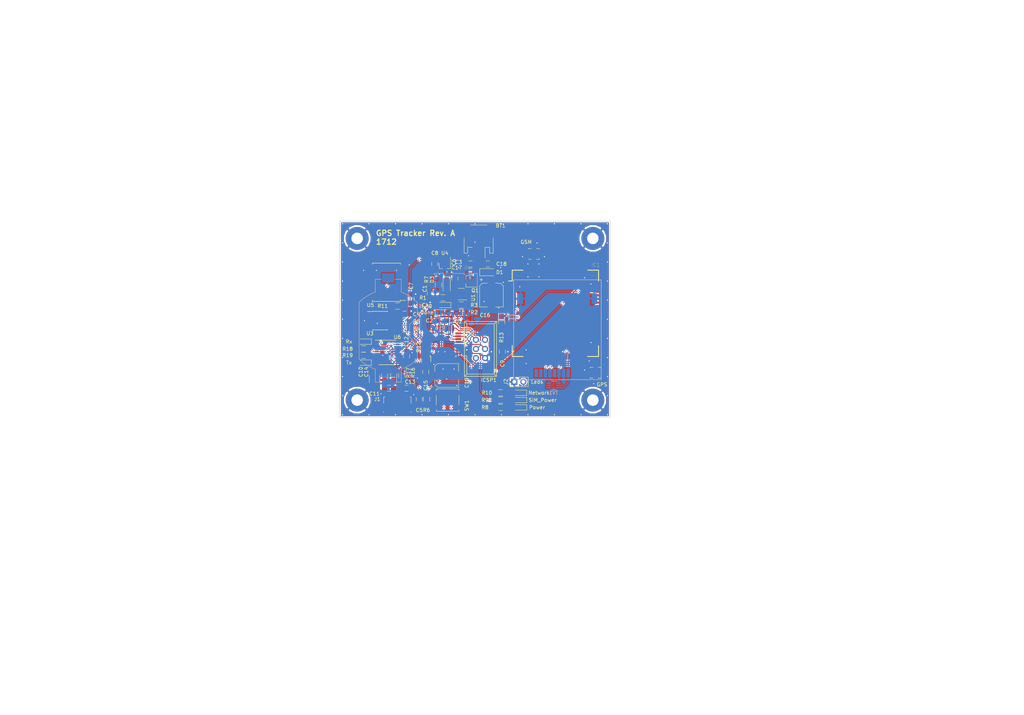
<source format=kicad_pcb>
(kicad_pcb (version 4) (host pcbnew 4.0.7)
  (layers (0 F.Cu signal) (31 B.Cu signal hide) (34 B.Paste user) (35 F.Paste user) (36 B.SilkS user) (37 F.SilkS user) (38 B.Mask user) (39 F.Mask user) (44 Edge.Cuts user))
  (net 0 "")
  (net 1 +BATT)
  (net 2 GND)
  (net 3 "Net-(BT2-Pad1)")
  (net 4 VBUS)
  (net 5 "Net-(C2-Pad1)")
  (net 6 +3V3)
  (net 7 /ARD_RST)
  (net 8 /DTR)
  (net 9 "Net-(C6-Pad1)")
  (net 10 /RTC_PWR)
  (net 11 "Net-(C9-Pad1)")
  (net 12 "Net-(C11-Pad1)")
  (net 13 "Net-(C12-Pad1)")
  (net 14 "Net-(C13-Pad1)")
  (net 15 +2V8)
  (net 16 /SIM808_P)
  (net 17 "Net-(IC1-Pad9)")
  (net 18 /SIM808_RI)
  (net 19 "Net-(IC1-Pad11)")
  (net 20 "Net-(IC1-Pad12)")
  (net 21 "Net-(IC1-Pad13)")
  (net 22 /ARD_HRX)
  (net 23 /ARD_HTX)
  (net 24 "Net-(IC1-Pad19)")
  (net 25 "Net-(IC1-Pad20)")
  (net 26 "Net-(IC1-Pad21)")
  (net 27 "Net-(IC1-Pad22)")
  (net 28 "Net-(IC1-Pad23)")
  (net 29 "Net-(IC1-Pad24)")
  (net 30 "Net-(IC1-Pad25)")
  (net 31 "Net-(IC1-Pad26)")
  (net 32 "Net-(IC1-Pad27)")
  (net 33 +1V8)
  (net 34 /SIMDATA)
  (net 35 /SIMCLK)
  (net 36 /SIMRST)
  (net 37 "Net-(IC1-Pad33)")
  (net 38 "Net-(IC1-Pad37)")
  (net 39 "Net-(IC1-Pad38)")
  (net 40 "Net-(IC1-Pad39)")
  (net 41 "Net-(IC1-Pad41)")
  (net 42 "Net-(IC1-Pad42)")
  (net 43 "Net-(IC1-Pad43)")
  (net 44 "Net-(IC1-Pad44)")
  (net 45 "Net-(IC1-Pad45)")
  (net 46 "Net-(IC1-Pad46)")
  (net 47 "Net-(IC1-Pad47)")
  (net 48 "Net-(IC1-Pad48)")
  (net 49 /SIM808_S)
  (net 50 /NETWORK_LED)
  (net 51 "Net-(IC1-Pad53)")
  (net 52 "Net-(IC1-Pad55)")
  (net 53 "Net-(IC1-Pad56)")
  (net 54 "Net-(IC1-Pad57)")
  (net 55 "Net-(IC1-Pad58)")
  (net 56 "Net-(IC1-Pad59)")
  (net 57 "Net-(IC1-Pad60)")
  (net 58 "Net-(IC1-Pad61)")
  (net 59 "Net-(IC1-Pad62)")
  (net 60 "Net-(IC1-Pad63)")
  (net 61 /ARD_MISO)
  (net 62 /ARD_SCK)
  (net 63 /ARD_MOSI)
  (net 64 "Net-(J1-Pad4)")
  (net 65 "Net-(J2-Pad2)")
  (net 66 "Net-(J3-Pad6)")
  (net 67 "Net-(J6-Pad8)")
  (net 68 /ARD_IO10)
  (net 69 "Net-(J6-Pad1)")
  (net 70 "Net-(R1-Pad1)")
  (net 71 "Net-(R2-Pad2)")
  (net 72 /SDA)
  (net 73 /SCL)
  (net 74 /WAKE_UP)
  (net 75 "Net-(R16-Pad1)")
  (net 76 "Net-(R17-Pad2)")
  (net 77 "Net-(R18-Pad1)")
  (net 78 "Net-(R19-Pad1)")
  (net 79 "Net-(U2-Pad7)")
  (net 80 "Net-(U2-Pad8)")
  (net 81 "Net-(U2-Pad11)")
  (net 82 "Net-(U2-Pad19)")
  (net 83 "Net-(U2-Pad22)")
  (net 84 "Net-(U2-Pad24)")
  (net 85 "Net-(U2-Pad25)")
  (net 86 "Net-(U2-Pad26)")
  (net 87 /ARD_RX)
  (net 88 /ARD_TX)
  (net 89 "Net-(U3-Pad7)")
  (net 90 "Net-(U5-Pad1)")
  (net 91 "Net-(U5-Pad4)")
  (net 92 "Net-(U6-Pad2)")
  (net 93 +3V3_FDTI)
  (net 94 "Net-(U6-Pad5)")
  (net 95 "Net-(U6-Pad7)")
  (net 96 "Net-(U6-Pad8)")
  (net 97 "Net-(U6-Pad18)")
  (net 98 "Net-(U6-Pad19)")
  (net 99 "Net-(LED1-Pad1)")
  (net 100 "Net-(LED2-Pad2)")
  (net 101 "Net-(LED3-Pad2)")
  (net 102 "Net-(LED4-Pad2)")
  (net 103 "Net-(LED5-Pad2)")
  (net 104 "Net-(LED6-Pad2)")
  (net 105 "Net-(LED7-Pad2)")
  (net 106 "Net-(U2-Pad2)")
  (net 107 "Net-(TV1-Pad4)")
  (net 108 +3.3VP)
  (net 109 /GPS)
  (net 110 /GSM)
  (module SIM808:QFN100P2400X2400X260-68N (layer F.Cu) (at 160.782 94.234)
    (fp_text reference IC1 (at 11.176 -13.462) (layer F.SilkS) (effects (font (size 1.00176 1.00176) (thickness 0.05))))
    (fp_text value SIM808 hide)
    (pad 1 smd rect (at -12 -8) (size 1.6 0.6) (layers F.Cu F.Paste F.Mask) (net 2 GND))
    (pad 2 smd rect (at -12 -7) (size 1.6 0.6) (layers F.Cu F.Paste F.Mask) (net 2 GND))
    (pad 3 smd rect (at -12 -6) (size 1.6 0.6) (layers F.Cu F.Paste F.Mask) (net 2 GND))
    (pad 4 smd rect (at -12 -5) (size 1.6 0.6) (layers F.Cu F.Paste F.Mask) (net 1 +BATT))
    (pad 5 smd rect (at -12 -4) (size 1.6 0.6) (layers F.Cu F.Paste F.Mask) (net 1 +BATT))
    (pad 6 smd rect (at -12 -3) (size 1.6 0.6) (layers F.Cu F.Paste F.Mask) (net 1 +BATT))
    (pad 7 smd rect (at -12 -2) (size 1.6 0.6) (layers F.Cu F.Paste F.Mask) (net 15 +2V8))
    (pad 8 smd rect (at -12 -1) (size 1.6 0.6) (layers F.Cu F.Paste F.Mask) (net 16 /SIM808_P))
    (pad 9 smd rect (at -12 0) (size 1.6 0.6) (layers F.Cu F.Paste F.Mask) (net 17 "Net-(IC1-Pad9)"))
    (pad 10 smd rect (at -12 1) (size 1.6 0.6) (layers F.Cu F.Paste F.Mask) (net 18 /SIM808_RI))
    (pad 11 smd rect (at -12 2) (size 1.6 0.6) (layers F.Cu F.Paste F.Mask) (net 19 "Net-(IC1-Pad11)"))
    (pad 12 smd rect (at -12 3) (size 1.6 0.6) (layers F.Cu F.Paste F.Mask) (net 20 "Net-(IC1-Pad12)"))
    (pad 13 smd rect (at -12 4) (size 1.6 0.6) (layers F.Cu F.Paste F.Mask) (net 21 "Net-(IC1-Pad13)"))
    (pad 14 smd rect (at -12 5) (size 1.6 0.6) (layers F.Cu F.Paste F.Mask) (net 22 /ARD_HRX))
    (pad 15 smd rect (at -12 6) (size 1.6 0.6) (layers F.Cu F.Paste F.Mask) (net 23 /ARD_HTX))
    (pad 16 smd rect (at -12 7) (size 1.6 0.6) (layers F.Cu F.Paste F.Mask) (net 7 /ARD_RST))
    (pad 17 smd rect (at -12 8) (size 1.6 0.6) (layers F.Cu F.Paste F.Mask) (net 11 "Net-(C9-Pad1)"))
    (pad 18 smd rect (at -8 12 90) (size 1.6 0.6) (layers F.Cu F.Paste F.Mask) (net 2 GND))
    (pad 19 smd rect (at -7 12 90) (size 1.6 0.6) (layers F.Cu F.Paste F.Mask) (net 24 "Net-(IC1-Pad19)"))
    (pad 20 smd rect (at -6 12 90) (size 1.6 0.6) (layers F.Cu F.Paste F.Mask) (net 25 "Net-(IC1-Pad20)"))
    (pad 21 smd rect (at -5 12 90) (size 1.6 0.6) (layers F.Cu F.Paste F.Mask) (net 26 "Net-(IC1-Pad21)"))
    (pad 22 smd rect (at -4 12 90) (size 1.6 0.6) (layers F.Cu F.Paste F.Mask) (net 27 "Net-(IC1-Pad22)"))
    (pad 23 smd rect (at -3 12 90) (size 1.6 0.6) (layers F.Cu F.Paste F.Mask) (net 28 "Net-(IC1-Pad23)"))
    (pad 24 smd rect (at -2 12 90) (size 1.6 0.6) (layers F.Cu F.Paste F.Mask) (net 29 "Net-(IC1-Pad24)"))
    (pad 25 smd rect (at -1 12 90) (size 1.6 0.6) (layers F.Cu F.Paste F.Mask) (net 30 "Net-(IC1-Pad25)"))
    (pad 26 smd rect (at 0 12 90) (size 1.6 0.6) (layers F.Cu F.Paste F.Mask) (net 31 "Net-(IC1-Pad26)"))
    (pad 27 smd rect (at 1 12 90) (size 1.6 0.6) (layers F.Cu F.Paste F.Mask) (net 32 "Net-(IC1-Pad27)"))
    (pad 28 smd rect (at 2 12 90) (size 1.6 0.6) (layers F.Cu F.Paste F.Mask) (net 2 GND))
    (pad 29 smd rect (at 3 12 90) (size 1.6 0.6) (layers F.Cu F.Paste F.Mask) (net 33 +1V8))
    (pad 30 smd rect (at 4 12 90) (size 1.6 0.6) (layers F.Cu F.Paste F.Mask) (net 34 /SIMDATA))
    (pad 31 smd rect (at 5 12 90) (size 1.6 0.6) (layers F.Cu F.Paste F.Mask) (net 35 /SIMCLK))
    (pad 32 smd rect (at 6 12 90) (size 1.6 0.6) (layers F.Cu F.Paste F.Mask) (net 36 /SIMRST))
    (pad 33 smd rect (at 7 12 90) (size 1.6 0.6) (layers F.Cu F.Paste F.Mask) (net 37 "Net-(IC1-Pad33)"))
    (pad 34 smd rect (at 8 12 90) (size 1.6 0.6) (layers F.Cu F.Paste F.Mask) (net 2 GND))
    (pad 35 smd rect (at 12 8 180) (size 1.6 0.6) (layers F.Cu F.Paste F.Mask) (net 109 /GPS))
    (pad 36 smd rect (at 12 7 180) (size 1.6 0.6) (layers F.Cu F.Paste F.Mask) (net 2 GND))
    (pad 37 smd rect (at 12 6 180) (size 1.6 0.6) (layers F.Cu F.Paste F.Mask) (net 38 "Net-(IC1-Pad37)"))
    (pad 38 smd rect (at 12 5 180) (size 1.6 0.6) (layers F.Cu F.Paste F.Mask) (net 39 "Net-(IC1-Pad38)"))
    (pad 39 smd rect (at 12 4 180) (size 1.6 0.6) (layers F.Cu F.Paste F.Mask) (net 40 "Net-(IC1-Pad39)"))
    (pad 40 smd rect (at 12 3 180) (size 1.6 0.6) (layers F.Cu F.Paste F.Mask) (net 2 GND))
    (pad 41 smd rect (at 12 2 180) (size 1.6 0.6) (layers F.Cu F.Paste F.Mask) (net 41 "Net-(IC1-Pad41)"))
    (pad 42 smd rect (at 12 1 180) (size 1.6 0.6) (layers F.Cu F.Paste F.Mask) (net 42 "Net-(IC1-Pad42)"))
    (pad 43 smd rect (at 12 0 180) (size 1.6 0.6) (layers F.Cu F.Paste F.Mask) (net 43 "Net-(IC1-Pad43)"))
    (pad 44 smd rect (at 12 -1 180) (size 1.6 0.6) (layers F.Cu F.Paste F.Mask) (net 44 "Net-(IC1-Pad44)"))
    (pad 45 smd rect (at 12 -2 180) (size 1.6 0.6) (layers F.Cu F.Paste F.Mask) (net 45 "Net-(IC1-Pad45)"))
    (pad 46 smd rect (at 12 -3 180) (size 1.6 0.6) (layers F.Cu F.Paste F.Mask) (net 46 "Net-(IC1-Pad46)"))
    (pad 47 smd rect (at 12 -4 180) (size 1.6 0.6) (layers F.Cu F.Paste F.Mask) (net 47 "Net-(IC1-Pad47)"))
    (pad 48 smd rect (at 12 -5 180) (size 1.6 0.6) (layers F.Cu F.Paste F.Mask) (net 48 "Net-(IC1-Pad48)"))
    (pad 49 smd rect (at 12 -6 180) (size 1.6 0.6) (layers F.Cu F.Paste F.Mask) (net 49 /SIM808_S))
    (pad 50 smd rect (at 12 -7 180) (size 1.6 0.6) (layers F.Cu F.Paste F.Mask) (net 50 /NETWORK_LED))
    (pad 51 smd rect (at 12 -8 180) (size 1.6 0.6) (layers F.Cu F.Paste F.Mask) (net 2 GND))
    (pad 52 smd rect (at 8 -12 270) (size 1.6 0.6) (layers F.Cu F.Paste F.Mask) (net 2 GND))
    (pad 53 smd rect (at 7 -12 270) (size 1.6 0.6) (layers F.Cu F.Paste F.Mask) (net 51 "Net-(IC1-Pad53)"))
    (pad 54 smd rect (at 6 -12 270) (size 1.6 0.6) (layers F.Cu F.Paste F.Mask) (net 2 GND))
    (pad 55 smd rect (at 5 -12 270) (size 1.6 0.6) (layers F.Cu F.Paste F.Mask) (net 52 "Net-(IC1-Pad55)"))
    (pad 56 smd rect (at 4 -12 270) (size 1.6 0.6) (layers F.Cu F.Paste F.Mask) (net 53 "Net-(IC1-Pad56)"))
    (pad 57 smd rect (at 3 -12 270) (size 1.6 0.6) (layers F.Cu F.Paste F.Mask) (net 54 "Net-(IC1-Pad57)"))
    (pad 58 smd rect (at 2 -12 270) (size 1.6 0.6) (layers F.Cu F.Paste F.Mask) (net 55 "Net-(IC1-Pad58)"))
    (pad 59 smd rect (at 1 -12 270) (size 1.6 0.6) (layers F.Cu F.Paste F.Mask) (net 56 "Net-(IC1-Pad59)"))
    (pad 60 smd rect (at 0 -12 270) (size 1.6 0.6) (layers F.Cu F.Paste F.Mask) (net 57 "Net-(IC1-Pad60)"))
    (pad 61 smd rect (at -1 -12 270) (size 1.6 0.6) (layers F.Cu F.Paste F.Mask) (net 58 "Net-(IC1-Pad61)"))
    (pad 62 smd rect (at -2 -12 270) (size 1.6 0.6) (layers F.Cu F.Paste F.Mask) (net 59 "Net-(IC1-Pad62)"))
    (pad 63 smd rect (at -3 -12 270) (size 1.6 0.6) (layers F.Cu F.Paste F.Mask) (net 60 "Net-(IC1-Pad63)"))
    (pad 64 smd rect (at -4 -12 270) (size 1.6 0.6) (layers F.Cu F.Paste F.Mask) (net 2 GND))
    (pad 65 smd rect (at -5 -12 270) (size 1.6 0.6) (layers F.Cu F.Paste F.Mask) (net 2 GND))
    (pad 66 smd rect (at -6 -12 270) (size 1.6 0.6) (layers F.Cu F.Paste F.Mask) (net 110 /GSM))
    (pad 67 smd rect (at -7 -12 270) (size 1.6 0.6) (layers F.Cu F.Paste F.Mask) (net 2 GND))
    (pad 68 smd rect (at -8 -12 270) (size 1.6 0.6) (layers F.Cu F.Paste F.Mask) (net 2 GND))
  )
  (module custom-conn:Via-0.6mm (layer F.Cu) (at 133.35 114.3)
    (fp_text reference VIA** hide)
    (fp_text value Via-0.6mm hide)
    (pad 1 thru_hole circle (at 0 0) (size 0.6 0.6) (drill 0.3) (layers *.Cu) (net 2 GND))
  )
  (module custom-conn:Via-0.6mm (layer F.Cu) (at 138.43 74.422)
    (fp_text reference VIA** hide)
    (fp_text value Via-0.6mm hide)
    (pad 1 thru_hole circle (at 0 0) (size 0.6 0.6) (drill 0.3) (layers *.Cu) (net 2 GND))
  )
  (module custom-conn:Via-0.6mm (layer F.Cu) (at 136.652 78.232)
    (fp_text reference VIA** hide)
    (fp_text value Via-0.6mm hide)
    (pad 1 thru_hole circle (at 0 0) (size 0.6 0.6) (drill 0.3) (layers *.Cu) (net 2 GND))
  )
  (module custom-conn:Via-0.6mm (layer F.Cu) (at 130.048 104.902)
    (fp_text reference VIA** hide)
    (fp_text value Via-0.6mm hide)
    (pad 1 thru_hole circle (at 0 0) (size 0.6 0.6) (drill 0.3) (layers *.Cu) (net 2 GND))
  )
  (module custom-conn:Via-0.6mm (layer F.Cu) (at 128.27 104.902)
    (fp_text reference VIA** hide)
    (fp_text value Via-0.6mm hide)
    (pad 1 thru_hole circle (at 0 0) (size 0.6 0.6) (drill 0.3) (layers *.Cu) (net 2 GND))
  )
  (module custom-conn:Via-0.6mm (layer F.Cu) (at 107.442 82.296)
    (fp_text reference VIA** hide)
    (fp_text value Via-0.6mm hide)
    (pad 1 thru_hole circle (at 0 0) (size 0.6 0.6) (drill 0.3) (layers *.Cu) (net 2 GND))
  )
  (module custom-conn:Via-0.6mm (layer F.Cu) (at 120.142 80.772)
    (fp_text reference VIA** hide)
    (fp_text value Via-0.6mm hide)
    (pad 1 thru_hole circle (at 0 0) (size 0.6 0.6) (drill 0.3) (layers *.Cu) (net 2 GND))
  )
  (module custom-conn:Via-0.6mm (layer F.Cu) (at 111.252 97.028)
    (fp_text reference VIA** hide)
    (fp_text value Via-0.6mm hide)
    (pad 1 thru_hole circle (at 0 0) (size 0.6 0.6) (drill 0.3) (layers *.Cu) (net 2 GND))
  )
  (module custom-conn:Via-0.6mm (layer F.Cu) (at 128.778 100.076)
    (fp_text reference VIA** hide)
    (fp_text value Via-0.6mm hide)
    (pad 1 thru_hole circle (at 0 0) (size 0.6 0.6) (drill 0.3) (layers *.Cu) (net 2 GND))
  )
  (module custom-conn:Via-0.6mm (layer F.Cu) (at 127 108.458)
    (fp_text reference VIA** hide)
    (fp_text value Via-0.6mm hide)
    (pad 1 thru_hole circle (at 0 0) (size 0.6 0.6) (drill 0.3) (layers *.Cu) (net 2 GND))
  )
  (module custom-conn:Via-0.6mm (layer F.Cu) (at 129.54 109.728)
    (fp_text reference VIA** hide)
    (fp_text value Via-0.6mm hide)
    (pad 1 thru_hole circle (at 0 0) (size 0.6 0.6) (drill 0.3) (layers *.Cu) (net 2 GND))
  )
  (module custom-conn:Via-0.6mm (layer F.Cu) (at 128.524 83.312)
    (fp_text reference VIA** hide)
    (fp_text value Via-0.6mm hide)
    (pad 1 thru_hole circle (at 0 0) (size 0.6 0.6) (drill 0.3) (layers *.Cu) (net 2 GND))
  )
  (module custom-conn:Via-0.6mm (layer F.Cu) (at 116.586 82.296)
    (fp_text reference VIA** hide)
    (fp_text value Via-0.6mm hide)
    (pad 1 thru_hole circle (at 0 0) (size 0.6 0.6) (drill 0.3) (layers *.Cu) (net 2 GND))
  )
  (module custom-conn:Via-0.6mm (layer F.Cu) (at 110.998 82.296)
    (fp_text reference VIA** hide)
    (fp_text value Via-0.6mm hide)
    (pad 1 thru_hole circle (at 0 0) (size 0.6 0.6) (drill 0.3) (layers *.Cu) (net 2 GND))
  )
  (module custom-conn:Via-0.6mm (layer F.Cu) (at 107.696 96.266)
    (fp_text reference VIA** hide)
    (fp_text value Via-0.6mm hide)
    (pad 1 thru_hole circle (at 0 0) (size 0.6 0.6) (drill 0.3) (layers *.Cu) (net 2 GND))
  )
  (module custom-conn:Via-0.6mm (layer F.Cu) (at 120.904 105.156)
    (fp_text reference VIA** hide)
    (fp_text value Via-0.6mm hide)
    (pad 1 thru_hole circle (at 0 0) (size 0.6 0.6) (drill 0.3) (layers *.Cu) (net 2 GND))
  )
  (module custom-conn:Via-0.6mm (layer F.Cu) (at 112.776 105.918)
    (fp_text reference VIA** hide)
    (fp_text value Via-0.6mm hide)
    (pad 1 thru_hole circle (at 0 0) (size 0.6 0.6) (drill 0.3) (layers *.Cu) (net 2 GND))
  )
  (module custom-conn:Via-0.6mm (layer F.Cu) (at 150.876 86.868)
    (fp_text reference VIA** hide)
    (fp_text value Via-0.6mm hide)
    (pad 1 thru_hole circle (at 0 0) (size 0.6 0.6) (drill 0.3) (layers *.Cu) (net 2 GND))
  )
  (module custom-conn:Via-0.6mm (layer F.Cu) (at 146.304 85.598)
    (fp_text reference VIA** hide)
    (fp_text value Via-0.6mm hide)
    (pad 1 thru_hole circle (at 0 0) (size 0.6 0.6) (drill 0.3) (layers *.Cu) (net 2 GND))
  )
  (module custom-conn:Via-0.6mm (layer F.Cu) (at 152.654 104.394)
    (fp_text reference VIA** hide)
    (fp_text value Via-0.6mm hide)
    (pad 1 thru_hole circle (at 0 0) (size 0.6 0.6) (drill 0.3) (layers *.Cu) (net 2 GND))
  )
  (module custom-conn:Via-0.6mm (layer F.Cu) (at 152.654 108.204)
    (fp_text reference VIA** hide)
    (fp_text value Via-0.6mm hide)
    (pad 1 thru_hole circle (at 0 0) (size 0.6 0.6) (drill 0.3) (layers *.Cu) (net 2 GND))
  )
  (module custom-conn:Via-0.6mm (layer F.Cu) (at 153.162 84.074)
    (fp_text reference VIA** hide)
    (fp_text value Via-0.6mm hide)
    (pad 1 thru_hole circle (at 0 0) (size 0.6 0.6) (drill 0.3) (layers *.Cu) (net 2 GND))
  )
  (module custom-conn:Via-0.6mm (layer F.Cu) (at 156.21 84.074)
    (fp_text reference VIA** hide)
    (fp_text value Via-0.6mm hide)
    (pad 1 thru_hole circle (at 0 0) (size 0.6 0.6) (drill 0.3) (layers *.Cu) (net 2 GND))
  )
  (module custom-conn:Via-0.6mm (layer F.Cu) (at 168.91 84.328)
    (fp_text reference VIA** hide)
    (fp_text value Via-0.6mm hide)
    (pad 1 thru_hole circle (at 0 0) (size 0.6 0.6) (drill 0.3) (layers *.Cu) (net 2 GND))
  )
  (module custom-conn:Via-0.6mm (layer F.Cu) (at 170.688 86.106)
    (fp_text reference VIA** hide)
    (fp_text value Via-0.6mm hide)
    (pad 1 thru_hole circle (at 0 0) (size 0.6 0.6) (drill 0.3) (layers *.Cu) (net 2 GND))
  )
  (module custom-conn:Via-0.6mm (layer F.Cu) (at 170.688 102.362)
    (fp_text reference VIA** hide)
    (fp_text value Via-0.6mm hide)
    (pad 1 thru_hole circle (at 0 0) (size 0.6 0.6) (drill 0.3) (layers *.Cu) (net 2 GND))
  )
  (module custom-conn:Via-0.6mm (layer F.Cu) (at 170.18 107.442)
    (fp_text reference VIA** hide)
    (fp_text value Via-0.6mm hide)
    (pad 1 thru_hole circle (at 0 0) (size 0.6 0.6) (drill 0.3) (layers *.Cu) (net 2 GND))
  )
  (module custom-conn:Via-0.6mm (layer F.Cu) (at 171.45 113.792)
    (fp_text reference VIA** hide)
    (fp_text value Via-0.6mm hide)
    (pad 1 thru_hole circle (at 0 0) (size 0.6 0.6) (drill 0.3) (layers *.Cu) (net 2 GND))
  )
  (module custom-conn:Via-0.6mm (layer F.Cu) (at 153.162 80.518)
    (fp_text reference VIA** hide)
    (fp_text value Via-0.6mm hide)
    (pad 1 thru_hole circle (at 0 0) (size 0.6 0.6) (drill 0.3) (layers *.Cu) (net 2 GND))
  )
  (module custom-conn:Via-0.6mm (layer F.Cu) (at 156.21 80.518)
    (fp_text reference VIA** hide)
    (fp_text value Via-0.6mm hide)
    (pad 1 thru_hole circle (at 0 0) (size 0.6 0.6) (drill 0.3) (layers *.Cu) (net 2 GND))
  )
  (module custom-conn:Via-0.6mm (layer F.Cu) (at 155.702 74.676)
    (fp_text reference VIA** hide)
    (fp_text value Via-0.6mm hide)
    (pad 1 thru_hole circle (at 0 0) (size 0.6 0.6) (drill 0.3) (layers *.Cu) (net 2 GND))
  )
  (module custom-conn:Via-0.6mm (layer F.Cu) (at 157.734 78.486)
    (fp_text reference VIA** hide)
    (fp_text value Via-0.6mm hide)
    (pad 1 thru_hole circle (at 0 0) (size 0.6 0.6) (drill 0.3) (layers *.Cu) (net 2 GND))
  )
  (module custom-conn:Via-0.6mm (layer F.Cu) (at 151.638 78.486)
    (fp_text reference VIA** hide)
    (fp_text value Via-0.6mm hide)
    (pad 1 thru_hole circle (at 0 0) (size 0.6 0.6) (drill 0.3) (layers *.Cu) (net 2 GND))
  )
  (module custom-conn:Via-0.6mm (layer F.Cu) (at 168.91 109.982)
    (fp_text reference VIA** hide)
    (fp_text value Via-0.6mm hide)
    (pad 1 thru_hole circle (at 0 0) (size 0.6 0.6) (drill 0.3) (layers *.Cu) (net 2 GND))
  )
  (module custom-conn:Via-0.6mm (layer F.Cu) (at 175.26 117.1194)
    (fp_text reference VIA** hide)
    (fp_text value Via-0.6mm hide)
    (pad 1 thru_hole circle (at 0 0) (size 0.6 0.6) (drill 0.3) (layers *.Cu) (net 2 GND))
  )
  (module custom-conn:Via-0.6mm (layer F.Cu) (at 175.26 111.8108)
    (fp_text reference VIA** hide)
    (fp_text value Via-0.6mm hide)
    (pad 1 thru_hole circle (at 0 0) (size 0.6 0.6) (drill 0.3) (layers *.Cu) (net 2 GND))
  )
  (module custom-conn:Via-0.6mm (layer F.Cu) (at 175.26 106.5022)
    (fp_text reference VIA** hide)
    (fp_text value Via-0.6mm hide)
    (pad 1 thru_hole circle (at 0 0) (size 0.6 0.6) (drill 0.3) (layers *.Cu) (net 2 GND))
  )
  (module custom-conn:Via-0.6mm (layer F.Cu) (at 175.26 101.1936)
    (fp_text reference VIA** hide)
    (fp_text value Via-0.6mm hide)
    (pad 1 thru_hole circle (at 0 0) (size 0.6 0.6) (drill 0.3) (layers *.Cu) (net 2 GND))
  )
  (module custom-conn:Via-0.6mm (layer F.Cu) (at 175.26 95.885)
    (fp_text reference VIA** hide)
    (fp_text value Via-0.6mm hide)
    (pad 1 thru_hole circle (at 0 0) (size 0.6 0.6) (drill 0.3) (layers *.Cu) (net 2 GND))
  )
  (module custom-conn:Via-0.6mm (layer F.Cu) (at 175.26 90.5764)
    (fp_text reference VIA** hide)
    (fp_text value Via-0.6mm hide)
    (pad 1 thru_hole circle (at 0 0) (size 0.6 0.6) (drill 0.3) (layers *.Cu) (net 2 GND))
  )
  (module custom-conn:Via-0.6mm (layer F.Cu) (at 175.26 85.2678)
    (fp_text reference VIA** hide)
    (fp_text value Via-0.6mm hide)
    (pad 1 thru_hole circle (at 0 0) (size 0.6 0.6) (drill 0.3) (layers *.Cu) (net 2 GND))
  )
  (module custom-conn:Via-0.6mm (layer F.Cu) (at 175.26 79.9592)
    (fp_text reference VIA** hide)
    (fp_text value Via-0.6mm hide)
    (pad 1 thru_hole circle (at 0 0) (size 0.6 0.6) (drill 0.3) (layers *.Cu) (net 2 GND))
  )
  (module custom-conn:Via-0.6mm (layer F.Cu) (at 175.26 74.6506)
    (fp_text reference VIA** hide)
    (fp_text value Via-0.6mm hide)
    (pad 1 thru_hole circle (at 0 0) (size 0.6 0.6) (drill 0.3) (layers *.Cu) (net 2 GND))
  )
  (module custom-conn:Via-0.6mm (layer F.Cu) (at 175.26 69.342)
    (fp_text reference VIA** hide)
    (fp_text value Via-0.6mm hide)
    (pad 1 thru_hole circle (at 0 0) (size 0.6 0.6) (drill 0.3) (layers *.Cu) (net 2 GND))
  )
  (module custom-conn:Via-0.6mm (layer F.Cu) (at 167.894 69.342)
    (fp_text reference VIA** hide)
    (fp_text value Via-0.6mm hide)
    (pad 1 thru_hole circle (at 0 0) (size 0.6 0.6) (drill 0.3) (layers *.Cu) (net 2 GND))
  )
  (module custom-conn:Via-0.6mm (layer F.Cu) (at 160.528 69.342)
    (fp_text reference VIA** hide)
    (fp_text value Via-0.6mm hide)
    (pad 1 thru_hole circle (at 0 0) (size 0.6 0.6) (drill 0.3) (layers *.Cu) (net 2 GND))
  )
  (module custom-conn:Via-0.6mm (layer F.Cu) (at 153.162 69.342)
    (fp_text reference VIA** hide)
    (fp_text value Via-0.6mm hide)
    (pad 1 thru_hole circle (at 0 0) (size 0.6 0.6) (drill 0.3) (layers *.Cu) (net 2 GND))
  )
  (module custom-conn:Via-0.6mm (layer F.Cu) (at 145.796 69.342)
    (fp_text reference VIA** hide)
    (fp_text value Via-0.6mm hide)
    (pad 1 thru_hole circle (at 0 0) (size 0.6 0.6) (drill 0.3) (layers *.Cu) (net 2 GND))
  )
  (module custom-conn:Via-0.6mm (layer F.Cu) (at 138.43 69.342)
    (fp_text reference VIA** hide)
    (fp_text value Via-0.6mm hide)
    (pad 1 thru_hole circle (at 0 0) (size 0.6 0.6) (drill 0.3) (layers *.Cu) (net 2 GND))
  )
  (module custom-conn:Via-0.6mm (layer F.Cu) (at 131.064 69.342)
    (fp_text reference VIA** hide)
    (fp_text value Via-0.6mm hide)
    (pad 1 thru_hole circle (at 0 0) (size 0.6 0.6) (drill 0.3) (layers *.Cu) (net 2 GND))
  )
  (module custom-conn:Via-0.6mm (layer F.Cu) (at 123.698 69.342)
    (fp_text reference VIA** hide)
    (fp_text value Via-0.6mm hide)
    (pad 1 thru_hole circle (at 0 0) (size 0.6 0.6) (drill 0.3) (layers *.Cu) (net 2 GND))
  )
  (module custom-conn:Via-0.6mm (layer F.Cu) (at 116.332 69.342)
    (fp_text reference VIA** hide)
    (fp_text value Via-0.6mm hide)
    (pad 1 thru_hole circle (at 0 0) (size 0.6 0.6) (drill 0.3) (layers *.Cu) (net 2 GND))
  )
  (module custom-conn:Via-0.6mm (layer F.Cu) (at 108.966 69.342)
    (fp_text reference VIA** hide)
    (fp_text value Via-0.6mm hide)
    (pad 1 thru_hole circle (at 0 0) (size 0.6 0.6) (drill 0.3) (layers *.Cu) (net 2 GND))
  )
  (module custom-conn:Via-0.6mm (layer F.Cu) (at 101.6 69.342)
    (fp_text reference VIA** hide)
    (fp_text value Via-0.6mm hide)
    (pad 1 thru_hole circle (at 0 0) (size 0.6 0.6) (drill 0.3) (layers *.Cu) (net 2 GND))
  )
  (module custom-conn:Via-0.6mm (layer F.Cu) (at 101.6 74.6506)
    (fp_text reference VIA** hide)
    (fp_text value Via-0.6mm hide)
    (pad 1 thru_hole circle (at 0 0) (size 0.6 0.6) (drill 0.3) (layers *.Cu) (net 2 GND))
  )
  (module custom-conn:Via-0.6mm (layer F.Cu) (at 101.6 79.9592)
    (fp_text reference VIA** hide)
    (fp_text value Via-0.6mm hide)
    (pad 1 thru_hole circle (at 0 0) (size 0.6 0.6) (drill 0.3) (layers *.Cu) (net 2 GND))
  )
  (module custom-conn:Via-0.6mm (layer F.Cu) (at 101.6 85.2678)
    (fp_text reference VIA** hide)
    (fp_text value Via-0.6mm hide)
    (pad 1 thru_hole circle (at 0 0) (size 0.6 0.6) (drill 0.3) (layers *.Cu) (net 2 GND))
  )
  (module custom-conn:Via-0.6mm (layer F.Cu) (at 101.6 90.5764)
    (fp_text reference VIA** hide)
    (fp_text value Via-0.6mm hide)
    (pad 1 thru_hole circle (at 0 0) (size 0.6 0.6) (drill 0.3) (layers *.Cu) (net 2 GND))
  )
  (module custom-conn:Via-0.6mm (layer F.Cu) (at 101.6 95.885)
    (fp_text reference VIA** hide)
    (fp_text value Via-0.6mm hide)
    (pad 1 thru_hole circle (at 0 0) (size 0.6 0.6) (drill 0.3) (layers *.Cu) (net 2 GND))
  )
  (module custom-conn:Via-0.6mm (layer F.Cu) (at 101.6 101.1936)
    (fp_text reference VIA** hide)
    (fp_text value Via-0.6mm hide)
    (pad 1 thru_hole circle (at 0 0) (size 0.6 0.6) (drill 0.3) (layers *.Cu) (net 2 GND))
  )
  (module custom-conn:Via-0.6mm (layer F.Cu) (at 101.6 106.5022)
    (fp_text reference VIA** hide)
    (fp_text value Via-0.6mm hide)
    (pad 1 thru_hole circle (at 0 0) (size 0.6 0.6) (drill 0.3) (layers *.Cu) (net 2 GND))
  )
  (module custom-conn:Via-0.6mm (layer F.Cu) (at 101.6 111.8108)
    (fp_text reference VIA** hide)
    (fp_text value Via-0.6mm hide)
    (pad 1 thru_hole circle (at 0 0) (size 0.6 0.6) (drill 0.3) (layers *.Cu) (net 2 GND))
  )
  (module custom-conn:Via-0.6mm (layer F.Cu) (at 101.6 117.1194)
    (fp_text reference VIA** hide)
    (fp_text value Via-0.6mm hide)
    (pad 1 thru_hole circle (at 0 0) (size 0.6 0.6) (drill 0.3) (layers *.Cu) (net 2 GND))
  )
  (module custom-conn:Via-0.6mm (layer F.Cu) (at 175.26 122.428)
    (fp_text reference VIA** hide)
    (fp_text value Via-0.6mm hide)
    (pad 1 thru_hole circle (at 0 0) (size 0.6 0.6) (drill 0.3) (layers *.Cu) (net 2 GND))
  )
  (module custom-conn:Via-0.6mm (layer F.Cu) (at 167.894 122.428)
    (fp_text reference VIA** hide)
    (fp_text value Via-0.6mm hide)
    (pad 1 thru_hole circle (at 0 0) (size 0.6 0.6) (drill 0.3) (layers *.Cu) (net 2 GND))
  )
  (module custom-conn:Via-0.6mm (layer F.Cu) (at 160.528 122.428)
    (fp_text reference VIA** hide)
    (fp_text value Via-0.6mm hide)
    (pad 1 thru_hole circle (at 0 0) (size 0.6 0.6) (drill 0.3) (layers *.Cu) (net 2 GND))
  )
  (module custom-conn:Via-0.6mm (layer F.Cu) (at 153.162 122.428)
    (fp_text reference VIA** hide)
    (fp_text value Via-0.6mm hide)
    (pad 1 thru_hole circle (at 0 0) (size 0.6 0.6) (drill 0.3) (layers *.Cu) (net 2 GND))
  )
  (module custom-conn:Via-0.6mm (layer F.Cu) (at 145.796 122.428)
    (fp_text reference VIA** hide)
    (fp_text value Via-0.6mm hide)
    (pad 1 thru_hole circle (at 0 0) (size 0.6 0.6) (drill 0.3) (layers *.Cu) (net 2 GND))
  )
  (module custom-conn:Via-0.6mm (layer F.Cu) (at 138.43 122.428)
    (fp_text reference VIA** hide)
    (fp_text value Via-0.6mm hide)
    (pad 1 thru_hole circle (at 0 0) (size 0.6 0.6) (drill 0.3) (layers *.Cu) (net 2 GND))
  )
  (module custom-conn:Via-0.6mm (layer F.Cu) (at 131.064 122.428)
    (fp_text reference VIA** hide)
    (fp_text value Via-0.6mm hide)
    (pad 1 thru_hole circle (at 0 0) (size 0.6 0.6) (drill 0.3) (layers *.Cu) (net 2 GND))
  )
  (module custom-conn:Via-0.6mm (layer F.Cu) (at 123.698 122.428)
    (fp_text reference VIA** hide)
    (fp_text value Via-0.6mm hide)
    (pad 1 thru_hole circle (at 0 0) (size 0.6 0.6) (drill 0.3) (layers *.Cu) (net 2 GND))
  )
  (module custom-conn:Via-0.6mm (layer F.Cu) (at 116.332 122.428)
    (fp_text reference VIA** hide)
    (fp_text value Via-0.6mm hide)
    (pad 1 thru_hole circle (at 0 0) (size 0.6 0.6) (drill 0.3) (layers *.Cu) (net 2 GND))
  )
  (module custom-conn:Via-0.6mm (layer F.Cu) (at 108.966 122.428)
    (fp_text reference VIA** hide)
    (fp_text value Via-0.6mm hide)
    (pad 1 thru_hole circle (at 0 0) (size 0.6 0.6) (drill 0.3) (layers *.Cu) (net 2 GND))
  )
  (module custom-conn:Via-0.6mm (layer F.Cu) (at 101.6 122.428)
    (fp_text reference VIA** hide)
    (fp_text value Via-0.6mm hide)
    (pad 1 thru_hole circle (at 0 0) (size 0.6 0.6) (drill 0.3) (layers *.Cu) (net 2 GND))
  )
  (module custom-conn:Via-0.6mm (layer F.Cu) (at 121.412 116.84)
    (fp_text reference VIA** hide)
    (fp_text value Via-0.6mm hide)
    (pad 1 thru_hole circle (at 0 0) (size 0.6 0.6) (drill 0.3) (layers *.Cu) (net 2 GND))
  )
  (module custom-conn:Via-0.6mm (layer F.Cu) (at 112.268 116.586)
    (fp_text reference VIA** hide)
    (fp_text value Via-0.6mm hide)
    (pad 1 thru_hole circle (at 0 0) (size 0.6 0.6) (drill 0.3) (layers *.Cu) (net 2 GND))
  )
  (module custom-conn:Via-0.6mm (layer F.Cu) (at 145.542 81.534)
    (fp_text reference VIA** hide)
    (fp_text value Via-0.6mm hide)
    (pad 1 thru_hole circle (at 0 0) (size 0.6 0.6) (drill 0.3) (layers *.Cu) (net 2 GND))
  )
  (module custom-conn:Via-0.6mm (layer F.Cu) (at 133.858 81.534)
    (fp_text reference VIA** hide)
    (fp_text value Via-0.6mm hide)
    (pad 1 thru_hole circle (at 0 0) (size 0.6 0.6) (drill 0.3) (layers *.Cu) (net 2 GND))
  )
  (module custom-conn:Via-0.6mm (layer F.Cu) (at 122.428 112.268)
    (fp_text reference VIA** hide)
    (fp_text value Via-0.6mm hide)
    (pad 1 thru_hole circle (at 0 0) (size 0.6 0.6) (drill 0.3) (layers *.Cu) (net 2 GND))
  )
  (module custom-conn:Via-0.6mm (layer F.Cu) (at 130.556 112.522)
    (fp_text reference VIA** hide)
    (fp_text value Via-0.6mm hide)
    (pad 1 thru_hole circle (at 0 0) (size 0.6 0.6) (drill 0.3) (layers *.Cu) (net 2 GND))
  )
  (module custom-conn:Via-0.6mm (layer F.Cu) (at 132.588 109.728)
    (fp_text reference VIA** hide)
    (fp_text value Via-0.6mm hide)
    (pad 1 thru_hole circle (at 0 0) (size 0.6 0.6) (drill 0.3) (layers *.Cu) (net 2 GND))
  )
  (module custom-conn:Via-0.6mm (layer F.Cu) (at 145.034 92.71)
    (fp_text reference VIA** hide)
    (fp_text value Via-0.6mm hide)
    (pad 1 thru_hole circle (at 0 0) (size 0.6 0.6) (drill 0.3) (layers *.Cu) (net 2 GND))
  )
  (module Mounting_Holes:MountingHole_3.2mm_M3_Pad (layer F.Cu) (at 171.196 118.364)
    (fp_text reference REF** hide)
    (fp_text value MountingHole_3.2mm_M3_Pad hide)
    (pad 1 thru_hole circle (at 0 0) (size 6.4 6.4) (drill 3.2) (layers *.Cu *.Mask) (net 2 GND))
  )
  (module Mounting_Holes:MountingHole_3.2mm_M3_Pad (layer F.Cu) (at 171.196 73.406)
    (fp_text reference REF** hide)
    (fp_text value MountingHole_3.2mm_M3_Pad hide)
    (pad 1 thru_hole circle (at 0 0) (size 6.4 6.4) (drill 3.2) (layers *.Cu *.Mask) (net 2 GND))
  )
  (module Mounting_Holes:MountingHole_3.2mm_M3_Pad (layer F.Cu) (at 105.664 118.364)
    (fp_text reference REF** hide)
    (fp_text value MountingHole_3.2mm_M3_Pad hide)
    (pad 1 thru_hole circle (at 0 0) (size 6.4 6.4) (drill 3.2) (layers *.Cu *.Mask) (net 2 GND))
  )
  (module 104031-0811:MOLEX_104031-0811 (layer B.Cu) (at 133.096 89.154 180)
    (fp_text reference J6 (at -3.18735 7.64968 180) (layer B.SilkS) (effects (font (size 1.0039 1.0039) (thickness 0.05)) (justify mirror)))
    (fp_text value Micro_SD_Card hide)
    (pad 8 smd rect (at -4.545 -5.2 180) (size 0.75 1.1) (layers B.Cu B.Paste B.Mask) (net 67 "Net-(J6-Pad8)"))
    (pad 7 smd rect (at -3.495 -5.2 180) (size 0.85 1.1) (layers B.Cu B.Paste B.Mask) (net 61 /ARD_MISO))
    (pad 6 smd rect (at -2.395 -5.2 180) (size 0.85 1.1) (layers B.Cu B.Paste B.Mask) (net 2 GND))
    (pad 5 smd rect (at -1.295 -5.2 180) (size 0.85 1.1) (layers B.Cu B.Paste B.Mask) (net 62 /ARD_SCK))
    (pad 4 smd rect (at -0.195 -5.2 180) (size 0.85 1.1) (layers B.Cu B.Paste B.Mask) (net 6 +3V3))
    (pad 3 smd rect (at 0.905 -5.2 180) (size 0.85 1.1) (layers B.Cu B.Paste B.Mask) (net 63 /ARD_MOSI))
    (pad 2 smd rect (at 2.005 -5.2 180) (size 0.875 1.1) (layers B.Cu B.Paste B.Mask) (net 68 /ARD_IO10))
    (pad 1 smd rect (at 3.105 -5.2 180) (size 0.85 1.1) (layers B.Cu B.Paste B.Mask) (net 69 "Net-(J6-Pad1)"))
    (pad 9 smd rect (at 5.74 0.95 180) (size 1.2 1) (layers B.Cu B.Paste B.Mask) (net 2 GND))
    (pad 10 smd rect (at 5.74 4.65 180) (size 1.2 1) (layers B.Cu B.Paste B.Mask))
    (pad G3 smd rect (at -3.73 5.625 180) (size 1.9 1.35) (layers B.Cu B.Paste B.Mask))
    (pad G4 smd rect (at 2.24 5.625 180) (size 1.9 1.35) (layers B.Cu B.Paste B.Mask))
    (pad G2 smd rect (at -5.755 -4.85 180) (size 1.17 1.8) (layers B.Cu B.Paste B.Mask))
    (pad G1 smd rect (at 5.565 -5.075 180) (size 1.55 1.35) (layers B.Cu B.Paste B.Mask))
  )
  (module custom-conn:VASCH3x2 (layer F.Cu) (at 139.954 104.14 270)
    (fp_text reference ICSP1 (at 8.636 -2.286 540) (layer F.SilkS))
    (fp_text value CONN_02X03 hide)
    (pad 1 thru_hole circle (at -2.54 1.27 270) (size 1.7272 1.7272) (drill 1.016) (layers *.Cu *.Mask) (net 61 /ARD_MISO))
    (pad 2 thru_hole circle (at -2.54 -1.27 270) (size 1.7272 1.7272) (drill 1.016) (layers *.Cu *.Mask) (net 6 +3V3))
    (pad 3 thru_hole circle (at 0 1.27 270) (size 1.7272 1.7272) (drill 1.016) (layers *.Cu *.Mask) (net 62 /ARD_SCK))
    (pad 4 thru_hole circle (at 0 -1.27 270) (size 1.7272 1.7272) (drill 1.016) (layers *.Cu *.Mask) (net 63 /ARD_MOSI))
    (pad 5 thru_hole circle (at 2.54 1.27 270) (size 1.7272 1.7272) (drill 1.016) (layers *.Cu *.Mask) (net 7 /ARD_RST))
    (pad 6 thru_hole circle (at 2.54 -1.27 270) (size 1.7272 1.7272) (drill 1.016) (layers *.Cu *.Mask) (net 2 GND))
  )
  (module Housings_SOIC:SOIC-16W_7.5x10.3mm_Pitch1.27mm (layer F.Cu) (at 113.792 85.598 180)
    (fp_text reference U5 (at 4.445 -6.35 360) (layer F.SilkS))
    (fp_text value DS3231SN hide)
    (pad 1 smd rect (at -4.65 -4.445 180) (size 1.5 0.6) (layers F.Cu F.Paste F.Mask) (net 90 "Net-(U5-Pad1)"))
    (pad 2 smd rect (at -4.65 -3.175 180) (size 1.5 0.6) (layers F.Cu F.Paste F.Mask) (net 108 +3.3VP))
    (pad 3 smd rect (at -4.65 -1.905 180) (size 1.5 0.6) (layers F.Cu F.Paste F.Mask) (net 74 /WAKE_UP))
    (pad 4 smd rect (at -4.65 -0.635 180) (size 1.5 0.6) (layers F.Cu F.Paste F.Mask) (net 91 "Net-(U5-Pad4)"))
    (pad 5 smd rect (at -4.65 0.635 180) (size 1.5 0.6) (layers F.Cu F.Paste F.Mask) (net 2 GND))
    (pad 6 smd rect (at -4.65 1.905 180) (size 1.5 0.6) (layers F.Cu F.Paste F.Mask) (net 2 GND))
    (pad 7 smd rect (at -4.65 3.175 180) (size 1.5 0.6) (layers F.Cu F.Paste F.Mask) (net 2 GND))
    (pad 8 smd rect (at -4.65 4.445 180) (size 1.5 0.6) (layers F.Cu F.Paste F.Mask) (net 2 GND))
    (pad 9 smd rect (at 4.65 4.445 180) (size 1.5 0.6) (layers F.Cu F.Paste F.Mask) (net 2 GND))
    (pad 10 smd rect (at 4.65 3.175 180) (size 1.5 0.6) (layers F.Cu F.Paste F.Mask) (net 2 GND))
    (pad 11 smd rect (at 4.65 1.905 180) (size 1.5 0.6) (layers F.Cu F.Paste F.Mask) (net 2 GND))
    (pad 12 smd rect (at 4.65 0.635 180) (size 1.5 0.6) (layers F.Cu F.Paste F.Mask) (net 2 GND))
    (pad 13 smd rect (at 4.65 -0.635 180) (size 1.5 0.6) (layers F.Cu F.Paste F.Mask) (net 2 GND))
    (pad 14 smd rect (at 4.65 -1.905 180) (size 1.5 0.6) (layers F.Cu F.Paste F.Mask) (net 3 "Net-(BT2-Pad1)"))
    (pad 15 smd rect (at 4.65 -3.175 180) (size 1.5 0.6) (layers F.Cu F.Paste F.Mask) (net 72 /SDA))
    (pad 16 smd rect (at 4.65 -4.445 180) (size 1.5 0.6) (layers F.Cu F.Paste F.Mask) (net 73 /SCL))
  )
  (module Capacitors_SMD:C_0805_HandSoldering (layer F.Cu) (at 113.284 111.506 270)
    (fp_text reference C14 (at -1.016 5.08 450) (layer F.SilkS))
    (fp_text value 0.1uF hide)
    (pad 1 smd rect (at -1.25 0 270) (size 1.5 1.25) (layers F.Cu F.Paste F.Mask) (net 4 VBUS))
    (pad 2 smd rect (at 1.25 0 270) (size 1.5 1.25) (layers F.Cu F.Paste F.Mask) (net 2 GND))
  )
  (module Resistors_SMD:R_0805_HandSoldering (layer F.Cu) (at 134.62 91.948)
    (fp_text reference R3 (at 3.556 0 180) (layer F.SilkS))
    (fp_text value 470R hide)
    (pad 1 smd rect (at -1.35 0) (size 1.5 1.3) (layers F.Cu F.Paste F.Mask) (net 99 "Net-(LED1-Pad1)"))
    (pad 2 smd rect (at 1.35 0) (size 1.5 1.3) (layers F.Cu F.Paste F.Mask) (net 71 "Net-(R2-Pad2)"))
  )
  (module Capacitors_SMD:C_0805_HandSoldering (layer F.Cu) (at 122.936 118.11 90)
    (fp_text reference C5 (at -3.048 0 180) (layer F.SilkS))
    (fp_text value 0.1uF hide)
    (pad 1 smd rect (at -1.25 0 90) (size 1.5 1.25) (layers F.Cu F.Paste F.Mask) (net 7 /ARD_RST))
    (pad 2 smd rect (at 1.25 0 90) (size 1.5 1.25) (layers F.Cu F.Paste F.Mask) (net 8 /DTR))
  )
  (module Housings_QFP:TQFP-32_7x7mm_Pitch0.8mm (layer F.Cu) (at 129.54 102.616 90)
    (fp_text reference U2 (at 6.096 4.318 180) (layer F.SilkS))
    (fp_text value ATMEGA328P-AU hide)
    (pad 1 smd rect (at -4.25 -2.8 90) (size 1.6 0.55) (layers F.Cu F.Paste F.Mask) (net 74 /WAKE_UP))
    (pad 2 smd rect (at -4.25 -2 90) (size 1.6 0.55) (layers F.Cu F.Paste F.Mask) (net 106 "Net-(U2-Pad2)"))
    (pad 3 smd rect (at -4.25 -1.2 90) (size 1.6 0.55) (layers F.Cu F.Paste F.Mask) (net 2 GND))
    (pad 4 smd rect (at -4.25 -0.4 90) (size 1.6 0.55) (layers F.Cu F.Paste F.Mask) (net 6 +3V3))
    (pad 5 smd rect (at -4.25 0.4 90) (size 1.6 0.55) (layers F.Cu F.Paste F.Mask) (net 2 GND))
    (pad 6 smd rect (at -4.25 1.2 90) (size 1.6 0.55) (layers F.Cu F.Paste F.Mask) (net 6 +3V3))
    (pad 7 smd rect (at -4.25 2 90) (size 1.6 0.55) (layers F.Cu F.Paste F.Mask) (net 79 "Net-(U2-Pad7)"))
    (pad 8 smd rect (at -4.25 2.8 90) (size 1.6 0.55) (layers F.Cu F.Paste F.Mask) (net 80 "Net-(U2-Pad8)"))
    (pad 9 smd rect (at -2.8 4.25 180) (size 1.6 0.55) (layers F.Cu F.Paste F.Mask) (net 23 /ARD_HTX))
    (pad 10 smd rect (at -2 4.25 180) (size 1.6 0.55) (layers F.Cu F.Paste F.Mask) (net 22 /ARD_HRX))
    (pad 11 smd rect (at -1.2 4.25 180) (size 1.6 0.55) (layers F.Cu F.Paste F.Mask) (net 81 "Net-(U2-Pad11)"))
    (pad 12 smd rect (at -0.4 4.25 180) (size 1.6 0.55) (layers F.Cu F.Paste F.Mask) (net 49 /SIM808_S))
    (pad 13 smd rect (at 0.4 4.25 180) (size 1.6 0.55) (layers F.Cu F.Paste F.Mask) (net 16 /SIM808_P))
    (pad 14 smd rect (at 1.2 4.25 180) (size 1.6 0.55) (layers F.Cu F.Paste F.Mask) (net 68 /ARD_IO10))
    (pad 15 smd rect (at 2 4.25 180) (size 1.6 0.55) (layers F.Cu F.Paste F.Mask) (net 63 /ARD_MOSI))
    (pad 16 smd rect (at 2.8 4.25 180) (size 1.6 0.55) (layers F.Cu F.Paste F.Mask) (net 61 /ARD_MISO))
    (pad 17 smd rect (at 4.25 2.8 90) (size 1.6 0.55) (layers F.Cu F.Paste F.Mask) (net 62 /ARD_SCK))
    (pad 18 smd rect (at 4.25 2 90) (size 1.6 0.55) (layers F.Cu F.Paste F.Mask) (net 6 +3V3))
    (pad 19 smd rect (at 4.25 1.2 90) (size 1.6 0.55) (layers F.Cu F.Paste F.Mask) (net 82 "Net-(U2-Pad19)"))
    (pad 20 smd rect (at 4.25 0.4 90) (size 1.6 0.55) (layers F.Cu F.Paste F.Mask) (net 5 "Net-(C2-Pad1)"))
    (pad 21 smd rect (at 4.25 -0.4 90) (size 1.6 0.55) (layers F.Cu F.Paste F.Mask) (net 2 GND))
    (pad 22 smd rect (at 4.25 -1.2 90) (size 1.6 0.55) (layers F.Cu F.Paste F.Mask) (net 83 "Net-(U2-Pad22)"))
    (pad 23 smd rect (at 4.25 -2 90) (size 1.6 0.55) (layers F.Cu F.Paste F.Mask) (net 10 /RTC_PWR))
    (pad 24 smd rect (at 4.25 -2.8 90) (size 1.6 0.55) (layers F.Cu F.Paste F.Mask) (net 84 "Net-(U2-Pad24)"))
    (pad 25 smd rect (at 2.8 -4.25 180) (size 1.6 0.55) (layers F.Cu F.Paste F.Mask) (net 85 "Net-(U2-Pad25)"))
    (pad 26 smd rect (at 2 -4.25 180) (size 1.6 0.55) (layers F.Cu F.Paste F.Mask) (net 86 "Net-(U2-Pad26)"))
    (pad 27 smd rect (at 1.2 -4.25 180) (size 1.6 0.55) (layers F.Cu F.Paste F.Mask) (net 72 /SDA))
    (pad 28 smd rect (at 0.4 -4.25 180) (size 1.6 0.55) (layers F.Cu F.Paste F.Mask) (net 73 /SCL))
    (pad 29 smd rect (at -0.4 -4.25 180) (size 1.6 0.55) (layers F.Cu F.Paste F.Mask) (net 7 /ARD_RST))
    (pad 30 smd rect (at -1.2 -4.25 180) (size 1.6 0.55) (layers F.Cu F.Paste F.Mask) (net 87 /ARD_RX))
    (pad 31 smd rect (at -2 -4.25 180) (size 1.6 0.55) (layers F.Cu F.Paste F.Mask) (net 88 /ARD_TX))
    (pad 32 smd rect (at -2.8 -4.25 180) (size 1.6 0.55) (layers F.Cu F.Paste F.Mask) (net 18 /SIM808_RI))
  )
  (module Resistors_SMD:R_0805_HandSoldering (layer F.Cu) (at 118.11 111.506 270)
    (fp_text reference R16 (at -0.762 -3.048 450) (layer F.SilkS))
    (fp_text value 27R hide)
    (pad 1 smd rect (at -1.35 0 270) (size 1.5 1.3) (layers F.Cu F.Paste F.Mask) (net 75 "Net-(R16-Pad1)"))
    (pad 2 smd rect (at 1.35 0 270) (size 1.5 1.3) (layers F.Cu F.Paste F.Mask) (net 14 "Net-(C13-Pad1)"))
  )
  (module Connectors_JST:JST_PH_S2B-PH-SM4-TB_02x2.00mm_Angled (layer F.Cu) (at 139.446 74.168 180)
    (fp_text reference BT1 (at -6.096 4.318 180) (layer F.SilkS))
    (fp_text value "External battery" hide)
    (pad 1 smd rect (at -1 -2.875 180) (size 1 3.5) (layers F.Cu F.Paste F.Mask) (net 1 +BATT))
    (pad 2 smd rect (at 1 -2.875 180) (size 1 3.5) (layers F.Cu F.Paste F.Mask) (net 2 GND))
    (pad "" smd rect (at -3.35 2.875 180) (size 1.5 3.4) (layers F.Cu F.Paste F.Mask))
    (pad "" smd rect (at 3.35 2.875 180) (size 1.5 3.4) (layers F.Cu F.Paste F.Mask))
  )
  (module Battery_Holders:Keystone_1058_1x2032-CoinCell (layer B.Cu) (at 114.3 99.06 270)
    (fp_text reference BT2 (at 0 -7.62 270) (layer B.SilkS) (effects (justify mirror)))
    (fp_text value "Backup battery")
    (pad 1 smd rect (at -14.68 0 270) (size 2.54 3.51) (layers B.Cu B.Paste B.Mask) (net 3 "Net-(BT2-Pad1)"))
    (pad 2 smd rect (at 14.68 0 270) (size 2.54 3.51) (layers B.Cu B.Paste B.Mask) (net 2 GND))
  )
  (module Capacitors_SMD:C_0805_HandSoldering (layer F.Cu) (at 125.984 88.646 90)
    (fp_text reference C1 (at 1.27 -1.524 90) (layer F.SilkS))
    (fp_text value 4.7uF hide)
    (pad 1 smd rect (at -1.25 0 90) (size 1.5 1.25) (layers F.Cu F.Paste F.Mask) (net 2 GND))
    (pad 2 smd rect (at 1.25 0 90) (size 1.5 1.25) (layers F.Cu F.Paste F.Mask) (net 4 VBUS))
  )
  (module Capacitors_SMD:C_0805_HandSoldering (layer F.Cu) (at 129.286 96.266 180)
    (fp_text reference C2 (at 3.556 0 180) (layer F.SilkS))
    (fp_text value 0.1uF hide)
    (pad 1 smd rect (at -1.25 0 180) (size 1.5 1.25) (layers F.Cu F.Paste F.Mask) (net 5 "Net-(C2-Pad1)"))
    (pad 2 smd rect (at 1.25 0 180) (size 1.5 1.25) (layers F.Cu F.Paste F.Mask) (net 2 GND))
  )
  (module Capacitors_SMD:C_0805_HandSoldering (layer F.Cu) (at 137.16 80.518 180)
    (fp_text reference C3 (at 3.302 0.508 180) (layer F.SilkS))
    (fp_text value 4.7uF hide)
    (pad 1 smd rect (at -1.25 0 180) (size 1.5 1.25) (layers F.Cu F.Paste F.Mask) (net 1 +BATT))
    (pad 2 smd rect (at 1.25 0 180) (size 1.5 1.25) (layers F.Cu F.Paste F.Mask) (net 2 GND))
  )
  (module Capacitors_SMD:C_0805_HandSoldering (layer F.Cu) (at 118.872 94.488)
    (fp_text reference C4 (at 3.302 0) (layer F.SilkS))
    (fp_text value 0.1uF hide)
    (pad 1 smd rect (at -1.25 0) (size 1.5 1.25) (layers F.Cu F.Paste F.Mask) (net 108 +3.3VP))
    (pad 2 smd rect (at 1.25 0) (size 1.5 1.25) (layers F.Cu F.Paste F.Mask) (net 2 GND))
  )
  (module Capacitors_SMD:C_0805_HandSoldering (layer F.Cu) (at 132.842 84.582 90)
    (fp_text reference C6 (at 4.572 -0.254 270) (layer F.SilkS))
    (fp_text value 1uF hide)
    (pad 1 smd rect (at -1.25 0 90) (size 1.5 1.25) (layers F.Cu F.Paste F.Mask) (net 9 "Net-(C6-Pad1)"))
    (pad 2 smd rect (at 1.25 0 90) (size 1.5 1.25) (layers F.Cu F.Paste F.Mask) (net 2 GND))
  )
  (module Capacitors_SMD:C_0805_HandSoldering (layer F.Cu) (at 120.65 90.17 90)
    (fp_text reference C7 (at 3.556 0 90) (layer F.SilkS))
    (fp_text value 0.1uF hide)
    (pad 1 smd rect (at -1.25 0 90) (size 1.5 1.25) (layers F.Cu F.Paste F.Mask) (net 10 /RTC_PWR))
    (pad 2 smd rect (at 1.25 0 90) (size 1.5 1.25) (layers F.Cu F.Paste F.Mask) (net 2 GND))
  )
  (module Capacitors_SMD:C_0805_HandSoldering (layer F.Cu) (at 127.254 80.518 270)
    (fp_text reference C8 (at -3.048 0 360) (layer F.SilkS))
    (fp_text value 1uF hide)
    (pad 1 smd rect (at -1.25 0 270) (size 1.5 1.25) (layers F.Cu F.Paste F.Mask) (net 6 +3V3))
    (pad 2 smd rect (at 1.25 0 270) (size 1.5 1.25) (layers F.Cu F.Paste F.Mask) (net 2 GND))
  )
  (module Capacitors_SMD:C_0805_HandSoldering (layer F.Cu) (at 146.05 104.902 90)
    (fp_text reference C9 (at -3.302 0 90) (layer F.SilkS))
    (fp_text value 10uF hide)
    (pad 1 smd rect (at -1.25 0 90) (size 1.5 1.25) (layers F.Cu F.Paste F.Mask) (net 11 "Net-(C9-Pad1)"))
    (pad 2 smd rect (at 1.25 0 90) (size 1.5 1.25) (layers F.Cu F.Paste F.Mask) (net 2 GND))
  )
  (module Capacitors_SMD:C_1210_HandSoldering (layer F.Cu) (at 110.49 112.522 270)
    (fp_text reference C10 (at -2.032 3.81 270) (layer F.SilkS))
    (fp_text value 4.7uF hide)
    (pad 1 smd rect (at -2 0 270) (size 2 2.5) (layers F.Cu F.Paste F.Mask) (net 4 VBUS))
    (pad 2 smd rect (at 2 0 270) (size 2 2.5) (layers F.Cu F.Paste F.Mask) (net 2 GND))
  )
  (module Capacitors_SMD:C_0805_HandSoldering (layer F.Cu) (at 114.554 115.062 180)
    (fp_text reference C11 (at 4.064 -1.524 180) (layer F.SilkS))
    (fp_text value 47pF hide)
    (pad 1 smd rect (at -1.25 0 180) (size 1.5 1.25) (layers F.Cu F.Paste F.Mask) (net 12 "Net-(C11-Pad1)"))
    (pad 2 smd rect (at 1.25 0 180) (size 1.5 1.25) (layers F.Cu F.Paste F.Mask) (net 2 GND))
  )
  (module Capacitors_SMD:C_0805_HandSoldering (layer F.Cu) (at 119.38 106.172 90)
    (fp_text reference C12 (at 4.064 0 90) (layer F.SilkS))
    (fp_text value 0.1uF hide)
    (pad 1 smd rect (at -1.25 0 90) (size 1.5 1.25) (layers F.Cu F.Paste F.Mask) (net 13 "Net-(C12-Pad1)"))
    (pad 2 smd rect (at 1.25 0 90) (size 1.5 1.25) (layers F.Cu F.Paste F.Mask) (net 2 GND))
  )
  (module Capacitors_SMD:C_0805_HandSoldering (layer F.Cu) (at 119.38 115.062)
    (fp_text reference C13 (at 1.016 -1.778) (layer F.SilkS))
    (fp_text value 47pF hide)
    (pad 1 smd rect (at -1.25 0) (size 1.5 1.25) (layers F.Cu F.Paste F.Mask) (net 14 "Net-(C13-Pad1)"))
    (pad 2 smd rect (at 1.25 0) (size 1.5 1.25) (layers F.Cu F.Paste F.Mask) (net 2 GND))
  )
  (module Diodes_SMD:D_SOD-123 (layer F.Cu) (at 130.556 86.36 270)
    (fp_text reference D3 (at -1.524 4.064 450) (layer F.SilkS))
    (fp_text value B130LAW hide)
    (pad 1 smd rect (at -1.65 0 270) (size 0.9 1.2) (layers F.Cu F.Paste F.Mask) (net 9 "Net-(C6-Pad1)"))
    (pad 2 smd rect (at 1.65 0 270) (size 0.9 1.2) (layers F.Cu F.Paste F.Mask) (net 4 VBUS))
  )
  (module Connectors_USB:USB_Micro-B_Molex_47346-0001 (layer F.Cu) (at 116.84 120.396)
    (fp_text reference J1 (at -5.588 -2.286 180) (layer F.SilkS))
    (fp_text value "Molex 47346-0001" hide)
    (pad 1 smd rect (at -1.3 -2.66) (size 0.45 1.38) (layers F.Cu F.Paste F.Mask) (net 4 VBUS))
    (pad 2 smd rect (at -0.65 -2.66) (size 0.45 1.38) (layers F.Cu F.Paste F.Mask) (net 12 "Net-(C11-Pad1)"))
    (pad 3 smd rect (at 0 -2.66) (size 0.45 1.38) (layers F.Cu F.Paste F.Mask) (net 14 "Net-(C13-Pad1)"))
    (pad 4 smd rect (at 0.65 -2.66) (size 0.45 1.38) (layers F.Cu F.Paste F.Mask) (net 64 "Net-(J1-Pad4)"))
    (pad 5 smd rect (at 1.3 -2.66) (size 0.45 1.38) (layers F.Cu F.Paste F.Mask) (net 2 GND))
    (pad 6 smd rect (at -2.4625 -2.3) (size 1.475 2.1) (layers F.Cu F.Paste F.Mask) (net 2 GND))
    (pad 6 smd rect (at 2.4625 -2.3) (size 1.475 2.1) (layers F.Cu F.Paste F.Mask) (net 2 GND))
    (pad 6 smd rect (at -2.91 0) (size 2.375 1.9) (layers F.Cu F.Paste F.Mask) (net 2 GND))
    (pad 6 smd rect (at 2.91 0) (size 2.375 1.9) (layers F.Cu F.Paste F.Mask) (net 2 GND))
    (pad 6 smd rect (at -0.84 0) (size 1.175 1.9) (layers F.Cu F.Paste F.Mask) (net 2 GND))
    (pad 6 smd rect (at 0.84 0) (size 1.175 1.9) (layers F.Cu F.Paste F.Mask) (net 2 GND))
  )
  (module acronet:47553-0001 (layer B.Cu) (at 155.448 90.17 90)
    (fp_text reference J3 hide)
    (fp_text value 47553-0001 hide)
    (pad 3 smd rect (at -20.7 3.81 90) (size 2.3 1) (layers B.Cu B.Paste B.Mask) (net 35 /SIMCLK))
    (pad CD1 smd rect (at -20.7 1.27 90) (size 2.3 1) (layers B.Cu B.Paste B.Mask))
    (pad CD2 smd rect (at -20.7 0 90) (size 2.3 1) (layers B.Cu B.Paste B.Mask))
    (pad 2 smd rect (at -20.7 6.35 90) (size 2.3 1) (layers B.Cu B.Paste B.Mask) (net 36 /SIMRST))
    (pad 1 smd rect (at -20.7 8.89 90) (size 2.3 1) (layers B.Cu B.Paste B.Mask) (net 33 +1V8))
    (pad 7 smd rect (at -20.7 2.54 90) (size 2.3 1) (layers B.Cu B.Paste B.Mask) (net 34 /SIMDATA))
    (pad 5 smd rect (at -20.7 7.62 90) (size 2.3 1) (layers B.Cu B.Paste B.Mask) (net 2 GND))
    (pad 6 smd rect (at -20.7 5.08 90) (size 2.3 1) (layers B.Cu B.Paste B.Mask) (net 66 "Net-(J3-Pad6)"))
    (pad GND1 smd rect (at 0 16.18 90) (size 2.95 1.5) (layers B.Cu B.Paste B.Mask) (net 2 GND))
    (pad GND2 smd rect (at 0 -4.37 90) (size 2.95 1.5) (layers B.Cu B.Paste B.Mask) (net 2 GND))
  )
  (module Connectors_Molex:Molex_Microcoaxial_RF (layer F.Cu) (at 171.958 110.744 180)
    (fp_text reference J4 hide)
    (fp_text value CONN_COAXIAL hide)
    (pad 2 smd rect (at -1.475 0 180) (size 1.05 2.2) (layers F.Cu F.Paste F.Mask) (net 2 GND))
    (pad 2 smd rect (at 1.475 0 180) (size 1.05 2.2) (layers F.Cu F.Paste F.Mask) (net 2 GND))
    (pad 2 smd rect (at 0 -1.5 180) (size 1 1) (layers F.Cu F.Paste F.Mask) (net 2 GND))
    (pad 1 smd rect (at 0 1.5 180) (size 1 1) (layers F.Cu F.Paste F.Mask) (net 109 /GPS))
  )
  (module Connectors_Molex:Molex_Microcoaxial_RF (layer F.Cu) (at 154.813 77.724)
    (fp_text reference J5 hide)
    (fp_text value CONN_COAXIAL hide)
    (pad 2 smd rect (at -1.475 0) (size 1.05 2.2) (layers F.Cu F.Paste F.Mask) (net 2 GND))
    (pad 2 smd rect (at 1.475 0) (size 1.05 2.2) (layers F.Cu F.Paste F.Mask) (net 2 GND))
    (pad 2 smd rect (at 0 -1.5) (size 1 1) (layers F.Cu F.Paste F.Mask) (net 2 GND))
    (pad 1 smd rect (at 0 1.5) (size 1 1) (layers F.Cu F.Paste F.Mask) (net 110 /GSM))
  )
  (module LEDs:LED_0805_HandSoldering (layer F.Cu) (at 129.54 91.948 180)
    (fp_text reference LED1 hide)
    (fp_text value Chg (at 4.445 0 180) (layer F.SilkS))
    (pad 1 smd rect (at -1.35 0 180) (size 1.5 1.3) (layers F.Cu F.Paste F.Mask) (net 99 "Net-(LED1-Pad1)"))
    (pad 2 smd rect (at 1.35 0 180) (size 1.5 1.3) (layers F.Cu F.Paste F.Mask) (net 4 VBUS))
  )
  (module LEDs:LED_0805_HandSoldering (layer F.Cu) (at 129.54 93.98)
    (fp_text reference LED2 hide)
    (fp_text value Done (at -4.445 0) (layer F.SilkS))
    (pad 1 smd rect (at -1.35 0) (size 1.5 1.3) (layers F.Cu F.Paste F.Mask) (net 2 GND))
    (pad 2 smd rect (at 1.35 0) (size 1.5 1.3) (layers F.Cu F.Paste F.Mask) (net 100 "Net-(LED2-Pad2)"))
  )
  (module LEDs:LED_0805_HandSoldering (layer F.Cu) (at 150.622 120.396 180)
    (fp_text reference LED3 hide)
    (fp_text value Power (at -5.08 0 180) (layer F.SilkS))
    (pad 1 smd rect (at -1.35 0 180) (size 1.5 1.3) (layers F.Cu F.Paste F.Mask) (net 65 "Net-(J2-Pad2)"))
    (pad 2 smd rect (at 1.35 0 180) (size 1.5 1.3) (layers F.Cu F.Paste F.Mask) (net 101 "Net-(LED3-Pad2)"))
  )
  (module LEDs:LED_0805_HandSoldering (layer F.Cu) (at 150.622 118.364 180)
    (fp_text reference LED4 hide)
    (fp_text value SIM_Power (at -6.604 0 180) (layer F.SilkS))
    (pad 1 smd rect (at -1.35 0 180) (size 1.5 1.3) (layers F.Cu F.Paste F.Mask) (net 65 "Net-(J2-Pad2)"))
    (pad 2 smd rect (at 1.35 0 180) (size 1.5 1.3) (layers F.Cu F.Paste F.Mask) (net 102 "Net-(LED4-Pad2)"))
  )
  (module LEDs:LED_0805_HandSoldering (layer F.Cu) (at 150.622 116.332 180)
    (fp_text reference LED5 hide)
    (fp_text value Network (at -5.588 0 180) (layer F.SilkS))
    (pad 1 smd rect (at -1.35 0 180) (size 1.5 1.3) (layers F.Cu F.Paste F.Mask) (net 65 "Net-(J2-Pad2)"))
    (pad 2 smd rect (at 1.35 0 180) (size 1.5 1.3) (layers F.Cu F.Paste F.Mask) (net 103 "Net-(LED5-Pad2)"))
  )
  (module LEDs:LED_0805_HandSoldering (layer F.Cu) (at 107.442 102.108 180)
    (fp_text reference LED6 hide)
    (fp_text value Rx (at 4.064 0 180) (layer F.SilkS))
    (pad 1 smd rect (at -1.35 0 180) (size 1.5 1.3) (layers F.Cu F.Paste F.Mask) (net 93 +3V3_FDTI))
    (pad 2 smd rect (at 1.35 0 180) (size 1.5 1.3) (layers F.Cu F.Paste F.Mask) (net 104 "Net-(LED6-Pad2)"))
  )
  (module LEDs:LED_0805_HandSoldering (layer F.Cu) (at 107.442 107.95 180)
    (fp_text reference LED7 hide)
    (fp_text value Tx (at 4.064 0 180) (layer F.SilkS))
    (pad 1 smd rect (at -1.35 0 180) (size 1.5 1.3) (layers F.Cu F.Paste F.Mask) (net 93 +3V3_FDTI))
    (pad 2 smd rect (at 1.35 0 180) (size 1.5 1.3) (layers F.Cu F.Paste F.Mask) (net 105 "Net-(LED7-Pad2)"))
  )
  (module Resistors_SMD:R_0805_HandSoldering (layer F.Cu) (at 129.54 89.916 180)
    (fp_text reference R1 (at 5.588 0 180) (layer F.SilkS))
    (fp_text value 2k hide)
    (pad 1 smd rect (at -1.35 0 180) (size 1.5 1.3) (layers F.Cu F.Paste F.Mask) (net 70 "Net-(R1-Pad1)"))
    (pad 2 smd rect (at 1.35 0 180) (size 1.5 1.3) (layers F.Cu F.Paste F.Mask) (net 2 GND))
  )
  (module Resistors_SMD:R_0805_HandSoldering (layer F.Cu) (at 134.62 93.98)
    (fp_text reference R2 (at 3.556 0) (layer F.SilkS))
    (fp_text value 1k hide)
    (pad 1 smd rect (at -1.35 0) (size 1.5 1.3) (layers F.Cu F.Paste F.Mask) (net 100 "Net-(LED2-Pad2)"))
    (pad 2 smd rect (at 1.35 0) (size 1.5 1.3) (layers F.Cu F.Paste F.Mask) (net 71 "Net-(R2-Pad2)"))
  )
  (module Resistors_SMD:R_0805_HandSoldering (layer F.Cu) (at 118.872 98.552 180)
    (fp_text reference R4 (at -3.302 0 180) (layer F.SilkS))
    (fp_text value 1k hide)
    (pad 1 smd rect (at -1.35 0 180) (size 1.5 1.3) (layers F.Cu F.Paste F.Mask) (net 72 /SDA))
    (pad 2 smd rect (at 1.35 0 180) (size 1.5 1.3) (layers F.Cu F.Paste F.Mask) (net 6 +3V3))
  )
  (module Resistors_SMD:R_0805_HandSoldering (layer F.Cu) (at 118.872 96.52 180)
    (fp_text reference R5 (at -3.302 0 180) (layer F.SilkS))
    (fp_text value 1k hide)
    (pad 1 smd rect (at -1.35 0 180) (size 1.5 1.3) (layers F.Cu F.Paste F.Mask) (net 73 /SCL))
    (pad 2 smd rect (at 1.35 0 180) (size 1.5 1.3) (layers F.Cu F.Paste F.Mask) (net 6 +3V3))
  )
  (module Resistors_SMD:R_0805_HandSoldering (layer F.Cu) (at 124.968 118.11 90)
    (fp_text reference R6 (at -3.048 0 360) (layer F.SilkS))
    (fp_text value 10k hide)
    (pad 1 smd rect (at -1.35 0 90) (size 1.5 1.3) (layers F.Cu F.Paste F.Mask) (net 7 /ARD_RST))
    (pad 2 smd rect (at 1.35 0 90) (size 1.5 1.3) (layers F.Cu F.Paste F.Mask) (net 6 +3V3))
  )
  (module Resistors_SMD:R_0805_HandSoldering (layer F.Cu) (at 128.27 86.36 90)
    (fp_text reference R7 (at 1.524 -3.302 90) (layer F.SilkS))
    (fp_text value 100k hide)
    (pad 1 smd rect (at -1.35 0 90) (size 1.5 1.3) (layers F.Cu F.Paste F.Mask) (net 4 VBUS))
    (pad 2 smd rect (at 1.35 0 90) (size 1.5 1.3) (layers F.Cu F.Paste F.Mask) (net 2 GND))
  )
  (module Resistors_SMD:R_0805_HandSoldering (layer F.Cu) (at 145.542 120.396 180)
    (fp_text reference R8 (at 4.318 0 180) (layer F.SilkS))
    (fp_text value 1k hide)
    (pad 1 smd rect (at -1.35 0 180) (size 1.5 1.3) (layers F.Cu F.Paste F.Mask) (net 101 "Net-(LED3-Pad2)"))
    (pad 2 smd rect (at 1.35 0 180) (size 1.5 1.3) (layers F.Cu F.Paste F.Mask) (net 6 +3V3))
  )
  (module Resistors_SMD:R_0805_HandSoldering (layer F.Cu) (at 145.542 118.364 180)
    (fp_text reference R9 (at 4.318 0 180) (layer F.SilkS))
    (fp_text value 1k hide)
    (pad 1 smd rect (at -1.35 0 180) (size 1.5 1.3) (layers F.Cu F.Paste F.Mask) (net 102 "Net-(LED4-Pad2)"))
    (pad 2 smd rect (at 1.35 0 180) (size 1.5 1.3) (layers F.Cu F.Paste F.Mask) (net 49 /SIM808_S))
  )
  (module Resistors_SMD:R_0805_HandSoldering (layer F.Cu) (at 145.542 116.332 180)
    (fp_text reference R10 (at 3.81 0 180) (layer F.SilkS))
    (fp_text value 1k hide)
    (pad 1 smd rect (at -1.35 0 180) (size 1.5 1.3) (layers F.Cu F.Paste F.Mask) (net 103 "Net-(LED5-Pad2)"))
    (pad 2 smd rect (at 1.35 0 180) (size 1.5 1.3) (layers F.Cu F.Paste F.Mask) (net 50 /NETWORK_LED))
  )
  (module Resistors_SMD:R_0805_HandSoldering (layer F.Cu) (at 116.84 92.202)
    (fp_text reference R11 (at -4.064 0) (layer F.SilkS))
    (fp_text value 160R hide)
    (pad 1 smd rect (at -1.35 0) (size 1.5 1.3) (layers F.Cu F.Paste F.Mask) (net 108 +3.3VP))
    (pad 2 smd rect (at 1.35 0) (size 1.5 1.3) (layers F.Cu F.Paste F.Mask) (net 10 /RTC_PWR))
  )
  (module Resistors_SMD:R_0805_HandSoldering (layer F.Cu) (at 122.682 107.442 270)
    (fp_text reference R12 (at -3.81 0 270) (layer F.SilkS))
    (fp_text value 20k hide)
    (pad 1 smd rect (at -1.35 0 270) (size 1.5 1.3) (layers F.Cu F.Paste F.Mask) (net 74 /WAKE_UP))
    (pad 2 smd rect (at 1.35 0 270) (size 1.5 1.3) (layers F.Cu F.Paste F.Mask) (net 6 +3V3))
  )
  (module Resistors_SMD:R_0805_HandSoldering (layer F.Cu) (at 145.796 96.52 90)
    (fp_text reference R13 (at -4.445 0 90) (layer F.SilkS))
    (fp_text value 10k hide)
    (pad 1 smd rect (at -1.35 0 90) (size 1.5 1.3) (layers F.Cu F.Paste F.Mask) (net 21 "Net-(IC1-Pad13)"))
    (pad 2 smd rect (at 1.35 0 90) (size 1.5 1.3) (layers F.Cu F.Paste F.Mask) (net 15 +2V8))
  )
  (module Resistors_SMD:R_0805_HandSoldering (layer B.Cu) (at 136.144 97.028 180)
    (fp_text reference R14 (at 0 -1.778 180) (layer B.SilkS) (effects (justify mirror)))
    (fp_text value 50k hide)
    (pad 1 smd rect (at -1.35 0 180) (size 1.5 1.3) (layers B.Cu B.Paste B.Mask) (net 67 "Net-(J6-Pad8)"))
    (pad 2 smd rect (at 1.35 0 180) (size 1.5 1.3) (layers B.Cu B.Paste B.Mask) (net 6 +3V3))
  )
  (module Resistors_SMD:R_0805_HandSoldering (layer B.Cu) (at 128.524 96.52 180)
    (fp_text reference R15 (at -0.254 -1.778 180) (layer B.SilkS) (effects (justify mirror)))
    (fp_text value 50k hide)
    (pad 1 smd rect (at -1.35 0 180) (size 1.5 1.3) (layers B.Cu B.Paste B.Mask) (net 69 "Net-(J6-Pad1)"))
    (pad 2 smd rect (at 1.35 0 180) (size 1.5 1.3) (layers B.Cu B.Paste B.Mask) (net 6 +3V3))
  )
  (module Resistors_SMD:R_0805_HandSoldering (layer F.Cu) (at 115.824 111.506 90)
    (fp_text reference R17 (at 0.762 4.064 90) (layer F.SilkS))
    (fp_text value 27R hide)
    (pad 1 smd rect (at -1.35 0 90) (size 1.5 1.3) (layers F.Cu F.Paste F.Mask) (net 12 "Net-(C11-Pad1)"))
    (pad 2 smd rect (at 1.35 0 90) (size 1.5 1.3) (layers F.Cu F.Paste F.Mask) (net 76 "Net-(R17-Pad2)"))
  )
  (module Resistors_SMD:R_0805_HandSoldering (layer F.Cu) (at 107.442 104.14 180)
    (fp_text reference R18 (at 4.445 0 180) (layer F.SilkS))
    (fp_text value 1k hide)
    (pad 1 smd rect (at -1.35 0 180) (size 1.5 1.3) (layers F.Cu F.Paste F.Mask) (net 77 "Net-(R18-Pad1)"))
    (pad 2 smd rect (at 1.35 0 180) (size 1.5 1.3) (layers F.Cu F.Paste F.Mask) (net 104 "Net-(LED6-Pad2)"))
  )
  (module Resistors_SMD:R_0805_HandSoldering (layer F.Cu) (at 107.442 105.918 180)
    (fp_text reference R19 (at 4.445 0 180) (layer F.SilkS))
    (fp_text value 1k hide)
    (pad 1 smd rect (at -1.35 0 180) (size 1.5 1.3) (layers F.Cu F.Paste F.Mask) (net 78 "Net-(R19-Pad1)"))
    (pad 2 smd rect (at 1.35 0 180) (size 1.5 1.3) (layers F.Cu F.Paste F.Mask) (net 105 "Net-(LED7-Pad2)"))
  )
  (module Buttons_Switches_SMD:SW_SPST_EVPBF (layer F.Cu) (at 130.81 118.364)
    (fp_text reference SW1 (at 5.334 1.524 90) (layer F.SilkS))
    (fp_text value Reset hide)
    (pad 1 smd rect (at 2.88 -2) (size 2.75 1) (layers F.Cu F.Paste F.Mask) (net 2 GND))
    (pad 1 smd rect (at -2.88 -2) (size 2.75 1) (layers F.Cu F.Paste F.Mask) (net 2 GND))
    (pad 2 smd rect (at -2.88 2) (size 2.75 1) (layers F.Cu F.Paste F.Mask) (net 7 /ARD_RST))
    (pad 2 smd rect (at 2.88 2) (size 2.75 1) (layers F.Cu F.Paste F.Mask) (net 7 /ARD_RST))
  )
  (module TO_SOT_Packages_SMD:SOT-363_SC-70-6_Handsoldering (layer B.Cu) (at 160.274 114.3 180)
    (fp_text reference TV1 (at 0 -2.032 180) (layer B.SilkS) (effects (justify mirror)))
    (fp_text value SMF05C hide)
    (pad 1 smd rect (at -1.33 0.65 180) (size 1.5 0.4) (layers B.Cu B.Paste B.Mask) (net 36 /SIMRST))
    (pad 2 smd rect (at -1.33 0 180) (size 1.5 0.4) (layers B.Cu B.Paste B.Mask) (net 2 GND))
    (pad 3 smd rect (at -1.33 -0.65 180) (size 1.5 0.4) (layers B.Cu B.Paste B.Mask) (net 33 +1V8))
    (pad 4 smd rect (at 1.33 -0.65 180) (size 1.5 0.4) (layers B.Cu B.Paste B.Mask) (net 107 "Net-(TV1-Pad4)"))
    (pad 5 smd rect (at 1.33 0 180) (size 1.5 0.4) (layers B.Cu B.Paste B.Mask) (net 35 /SIMCLK))
    (pad 6 smd rect (at 1.33 0.65 180) (size 1.5 0.4) (layers B.Cu B.Paste B.Mask) (net 34 /SIMDATA))
  )
  (module Housings_SOIC:SOIC-8_3.9x4.9mm_Pitch1.27mm (layer F.Cu) (at 112.014 96.266)
    (fp_text reference U3 (at -2.794 3.556) (layer F.SilkS))
    (fp_text value 24LC512 hide)
    (pad 1 smd rect (at -2.7 -1.905) (size 1.55 0.6) (layers F.Cu F.Paste F.Mask) (net 2 GND))
    (pad 2 smd rect (at -2.7 -0.635) (size 1.55 0.6) (layers F.Cu F.Paste F.Mask) (net 2 GND))
    (pad 3 smd rect (at -2.7 0.635) (size 1.55 0.6) (layers F.Cu F.Paste F.Mask) (net 2 GND))
    (pad 4 smd rect (at -2.7 1.905) (size 1.55 0.6) (layers F.Cu F.Paste F.Mask) (net 2 GND))
    (pad 5 smd rect (at 2.7 1.905) (size 1.55 0.6) (layers F.Cu F.Paste F.Mask) (net 72 /SDA))
    (pad 6 smd rect (at 2.7 0.635) (size 1.55 0.6) (layers F.Cu F.Paste F.Mask) (net 73 /SCL))
    (pad 7 smd rect (at 2.7 -0.635) (size 1.55 0.6) (layers F.Cu F.Paste F.Mask) (net 89 "Net-(U3-Pad7)"))
    (pad 8 smd rect (at 2.7 -1.905) (size 1.55 0.6) (layers F.Cu F.Paste F.Mask) (net 108 +3.3VP))
  )
  (module TO_SOT_Packages_SMD:SOT-23_Handsoldering (layer F.Cu) (at 130.048 81.026 270)
    (fp_text reference U4 (at -3.556 0 540) (layer F.SilkS))
    (fp_text value MCP1700T-3302E/TT hide)
    (pad 1 smd rect (at -1.5 -0.95 270) (size 1.9 0.8) (layers F.Cu F.Paste F.Mask) (net 2 GND))
    (pad 2 smd rect (at -1.5 0.95 270) (size 1.9 0.8) (layers F.Cu F.Paste F.Mask) (net 6 +3V3))
    (pad 3 smd rect (at 1.5 0 270) (size 1.9 0.8) (layers F.Cu F.Paste F.Mask) (net 9 "Net-(C6-Pad1)"))
  )
  (module Housings_SSOP:SSOP-20_4.4x6.5mm_Pitch0.65mm (layer F.Cu) (at 114.046 105.156)
    (fp_text reference U6 (at 2.794 -4.318 180) (layer F.SilkS))
    (fp_text value FT231XS hide)
    (pad 1 smd rect (at -2.9 -2.925) (size 1 0.4) (layers F.Cu F.Paste F.Mask) (net 8 /DTR))
    (pad 2 smd rect (at -2.9 -2.275) (size 1 0.4) (layers F.Cu F.Paste F.Mask) (net 92 "Net-(U6-Pad2)"))
    (pad 3 smd rect (at -2.9 -1.625) (size 1 0.4) (layers F.Cu F.Paste F.Mask) (net 93 +3V3_FDTI))
    (pad 4 smd rect (at -2.9 -0.975) (size 1 0.4) (layers F.Cu F.Paste F.Mask) (net 88 /ARD_TX))
    (pad 5 smd rect (at -2.9 -0.325) (size 1 0.4) (layers F.Cu F.Paste F.Mask) (net 94 "Net-(U6-Pad5)"))
    (pad 6 smd rect (at -2.9 0.325) (size 1 0.4) (layers F.Cu F.Paste F.Mask) (net 2 GND))
    (pad 7 smd rect (at -2.9 0.975) (size 1 0.4) (layers F.Cu F.Paste F.Mask) (net 95 "Net-(U6-Pad7)"))
    (pad 8 smd rect (at -2.9 1.625) (size 1 0.4) (layers F.Cu F.Paste F.Mask) (net 96 "Net-(U6-Pad8)"))
    (pad 9 smd rect (at -2.9 2.275) (size 1 0.4) (layers F.Cu F.Paste F.Mask) (net 2 GND))
    (pad 10 smd rect (at -2.9 2.925) (size 1 0.4) (layers F.Cu F.Paste F.Mask) (net 78 "Net-(R19-Pad1)"))
    (pad 11 smd rect (at 2.9 2.925) (size 1 0.4) (layers F.Cu F.Paste F.Mask) (net 75 "Net-(R16-Pad1)"))
    (pad 12 smd rect (at 2.9 2.275) (size 1 0.4) (layers F.Cu F.Paste F.Mask) (net 76 "Net-(R17-Pad2)"))
    (pad 13 smd rect (at 2.9 1.625) (size 1 0.4) (layers F.Cu F.Paste F.Mask) (net 93 +3V3_FDTI))
    (pad 14 smd rect (at 2.9 0.975) (size 1 0.4) (layers F.Cu F.Paste F.Mask) (net 13 "Net-(C12-Pad1)"))
    (pad 15 smd rect (at 2.9 0.325) (size 1 0.4) (layers F.Cu F.Paste F.Mask) (net 4 VBUS))
    (pad 16 smd rect (at 2.9 -0.325) (size 1 0.4) (layers F.Cu F.Paste F.Mask) (net 2 GND))
    (pad 17 smd rect (at 2.9 -0.975) (size 1 0.4) (layers F.Cu F.Paste F.Mask) (net 77 "Net-(R18-Pad1)"))
    (pad 18 smd rect (at 2.9 -1.625) (size 1 0.4) (layers F.Cu F.Paste F.Mask) (net 97 "Net-(U6-Pad18)"))
    (pad 19 smd rect (at 2.9 -2.275) (size 1 0.4) (layers F.Cu F.Paste F.Mask) (net 98 "Net-(U6-Pad19)"))
    (pad 20 smd rect (at 2.9 -2.925) (size 1 0.4) (layers F.Cu F.Paste F.Mask) (net 87 /ARD_RX))
  )
  (module Pin_Headers:Pin_Header_Straight_1x02_Pitch2.54mm (layer F.Cu) (at 149.352 113.284 90)
    (fp_text reference J2 (at 0 -2.33 90) (layer F.SilkS))
    (fp_text value Leds (at 0 6.35 180) (layer F.SilkS))
    (pad 1 thru_hole rect (at 0 0 90) (size 1.7 1.7) (drill 1) (layers *.Cu *.Mask) (net 2 GND))
    (pad 2 thru_hole oval (at 0 2.54 90) (size 1.7 1.7) (drill 1) (layers *.Cu *.Mask) (net 65 "Net-(J2-Pad2)"))
  )
  (module Capacitors_SMD:C_0805_HandSoldering (layer F.Cu) (at 124.714 110.49 270)
    (fp_text reference C15 (at 3.81 0 270) (layer F.SilkS))
    (fp_text value 0.1uF hide)
    (pad 1 smd rect (at -1.25 0 270) (size 1.5 1.25) (layers F.Cu F.Paste F.Mask) (net 6 +3V3))
    (pad 2 smd rect (at 1.25 0 270) (size 1.5 1.25) (layers F.Cu F.Paste F.Mask) (net 2 GND))
  )
  (module Capacitors_SMD:C_0805_HandSoldering (layer F.Cu) (at 137.16 82.55 180)
    (fp_text reference C17 (at 3.81 1.016 180) (layer F.SilkS))
    (fp_text value 33pF hide)
    (pad 1 smd rect (at -1.25 0 180) (size 1.5 1.25) (layers F.Cu F.Paste F.Mask) (net 1 +BATT))
    (pad 2 smd rect (at 1.25 0 180) (size 1.5 1.25) (layers F.Cu F.Paste F.Mask) (net 2 GND))
  )
  (module Capacitors_SMD:C_0805_HandSoldering (layer F.Cu) (at 141.986 80.518)
    (fp_text reference C18 (at 3.81 0) (layer F.SilkS))
    (fp_text value 10pF hide)
    (pad 1 smd rect (at -1.25 0) (size 1.5 1.25) (layers F.Cu F.Paste F.Mask) (net 1 +BATT))
    (pad 2 smd rect (at 1.25 0) (size 1.5 1.25) (layers F.Cu F.Paste F.Mask) (net 2 GND))
  )
  (module Diodes_SMD:D_SOD-123 (layer F.Cu) (at 141.986 82.804)
    (fp_text reference D1 (at 3.302 0) (layer F.SilkS))
    (fp_text value MMSZ5231BT1G hide)
    (pad 1 smd rect (at -1.65 0) (size 0.9 1.2) (layers F.Cu F.Paste F.Mask) (net 1 +BATT))
    (pad 2 smd rect (at 1.65 0) (size 0.9 1.2) (layers F.Cu F.Paste F.Mask) (net 2 GND))
  )
  (module Capacitors_SMD:CP_Elec_6.3x7.7 (layer F.Cu) (at 143.002 89.154 270)
    (fp_text reference C16 (at 5.588 1.778 360) (layer F.SilkS))
    (fp_text value 100uF hide)
    (fp_text user + (at -4.28 2.91 270) (layer F.SilkS))
    (pad 1 smd rect (at -2.7 0 90) (size 3.5 1.6) (layers F.Cu F.Paste F.Mask) (net 1 +BATT))
    (pad 2 smd rect (at 2.7 0 90) (size 3.5 1.6) (layers F.Cu F.Paste F.Mask) (net 2 GND))
  )
  (module Capacitors_SMD:CP_Elec_6.3x7.7 (layer F.Cu) (at 130.556 111.506)
    (fp_text reference C19 (at 5.588 2.032 90) (layer F.SilkS))
    (fp_text value 100uF hide)
    (fp_text user + (at -4.28 2.91) (layer F.SilkS))
    (pad 1 smd rect (at -2.7 0 180) (size 3.5 1.6) (layers F.Cu F.Paste F.Mask) (net 6 +3V3))
    (pad 2 smd rect (at 2.7 0 180) (size 3.5 1.6) (layers F.Cu F.Paste F.Mask) (net 2 GND))
  )
  (module TO_SOT_Packages_SMD:SOT-23_Handsoldering (layer F.Cu) (at 136.652 85.344 180)
    (fp_text reference Q1 (at -1.778 -2.54 180) (layer F.SilkS))
    (fp_text value DMP1045U hide)
    (pad 1 smd rect (at -1.5 -0.95 180) (size 1.9 0.8) (layers F.Cu F.Paste F.Mask) (net 4 VBUS))
    (pad 2 smd rect (at -1.5 0.95 180) (size 1.9 0.8) (layers F.Cu F.Paste F.Mask) (net 1 +BATT))
    (pad 3 smd rect (at 1.5 0 180) (size 1.9 0.8) (layers F.Cu F.Paste F.Mask) (net 9 "Net-(C6-Pad1)"))
  )
  (module TO_SOT_Packages_SMD:SOT-23-5_HandSoldering (layer F.Cu) (at 134.62 88.9 180)
    (fp_text reference U1 (at -3.302 -1.016 270) (layer F.SilkS))
    (fp_text value MCP73832-5-OT hide)
    (pad 1 smd rect (at -1.35 -0.95 180) (size 1.56 0.65) (layers F.Cu F.Paste F.Mask) (net 71 "Net-(R2-Pad2)"))
    (pad 2 smd rect (at -1.35 0 180) (size 1.56 0.65) (layers F.Cu F.Paste F.Mask) (net 2 GND))
    (pad 3 smd rect (at -1.35 0.95 180) (size 1.56 0.65) (layers F.Cu F.Paste F.Mask) (net 1 +BATT))
    (pad 4 smd rect (at 1.35 0.95 180) (size 1.56 0.65) (layers F.Cu F.Paste F.Mask) (net 4 VBUS))
    (pad 5 smd rect (at 1.35 -0.95 180) (size 1.56 0.65) (layers F.Cu F.Paste F.Mask) (net 70 "Net-(R1-Pad1)"))
  )
  (module Mounting_Holes:MountingHole_3.2mm_M3_Pad (layer F.Cu) (at 105.664 73.406)
    (fp_text reference REF** hide)
    (fp_text value MountingHole_3.2mm_M3_Pad hide)
    (pad 1 thru_hole circle (at 0 0) (size 6.4 6.4) (drill 3.2) (layers *.Cu *.Mask) (net 2 GND))
  )
  (module custom-conn:Via-0.6mm (layer F.Cu) (at 140.97 90.932)
    (fp_text reference VIA** hide)
    (fp_text value Via-0.6mm hide)
    (pad 1 thru_hole circle (at 0 0) (size 0.6 0.6) (drill 0.3) (layers *.Cu) (net 2 GND))
  )
  (gr_text GSM (at 152.654 74.422) (layer F.SilkS) (effects (font (size 1 1))))
  (gr_text GPS (at 173.736 114.046) (layer F.SilkS) (effects (font (size 1 1))))
  (gr_text "GPS Tracker Rev. A\n1712" (at 110.744 73.152) (layer F.SilkS) (effects (font (size 1.5 1.5) (thickness 0.3)) (justify left)))
  (gr_line (start 100.838 68.58) (end 100.838 123.19) (angle 90) (layer Edge.Cuts) (width 0.15))
  (gr_line (start 100.838 68.58) (end 100.838 123.19) (angle 90) (layer Edge.Cuts) (width 0.15))
  (gr_line (start 112.268 123.19) (end 100.838 123.19) (angle 90) (layer Edge.Cuts) (width 0.15))
  (gr_line (start 176.022 68.58) (end 100.838 68.58) (angle 90) (layer Edge.Cuts) (width 0.15))
  (gr_line (start 176.022 123.19) (end 176.022 68.58) (angle 90) (layer Edge.Cuts) (width 0.15))
  (gr_line (start 112.268 123.19) (end 176.022 123.19) (angle 90) (layer Edge.Cuts) (width 0.15))
  (segment (start 137.414 87.884) (end 142.494 87.884) (width 1) (layer F.Cu) (net 1))
  (segment (start 143.002 86.454) (end 143.002 87.376) (width 1) (layer F.Cu) (net 1))
  (segment (start 143.002 87.376) (end 142.494 87.884) (width 1) (layer F.Cu) (net 1))
  (segment (start 148.782 90.234) (end 146.622 90.234) (width 1) (layer F.Cu) (net 1))
  (segment (start 144.366 86.454) (end 143.002 86.454) (width 1) (layer F.Cu) (net 1))
  (segment (start 145.288 87.376) (end 144.366 86.454) (width 1) (layer F.Cu) (net 1))
  (segment (start 145.288 88.9) (end 145.288 87.376) (width 1) (layer F.Cu) (net 1))
  (segment (start 146.622 90.234) (end 145.288 88.9) (width 1) (layer F.Cu) (net 1))
  (segment (start 138.41 82.55) (end 140.082 82.55) (width 1) (layer F.Cu) (net 1))
  (segment (start 140.082 82.55) (end 140.336 82.804) (width 1) (layer F.Cu) (net 1))
  (segment (start 140.336 84.328) (end 138.218 84.328) (width 1) (layer F.Cu) (net 1))
  (segment (start 138.218 84.328) (end 138.152 84.394) (width 1) (layer F.Cu) (net 1))
  (segment (start 140.336 82.804) (end 140.336 84.328) (width 1) (layer F.Cu) (net 1))
  (segment (start 140.336 84.328) (end 140.336 84.71) (width 1) (layer F.Cu) (net 1))
  (segment (start 142.08 86.454) (end 143.002 86.454) (width 1) (layer F.Cu) (net 1))
  (segment (start 140.336 84.71) (end 142.08 86.454) (width 1) (layer F.Cu) (net 1))
  (segment (start 140.736 80.518) (end 140.736 82.404) (width 1) (layer F.Cu) (net 1))
  (segment (start 140.736 82.404) (end 140.336 82.804) (width 1) (layer F.Cu) (net 1))
  (segment (start 138.41 80.518) (end 140.736 80.518) (width 1) (layer F.Cu) (net 1))
  (segment (start 140.446 77.043) (end 140.446 80.228) (width 1) (layer F.Cu) (net 1))
  (segment (start 140.446 80.228) (end 140.736 80.518) (width 1) (layer F.Cu) (net 1))
  (segment (start 136.906 87.884) (end 137.414 87.884) (width 1) (layer F.Cu) (net 1))
  (via (at 136.144 104.394) (size 0.6) (drill 0.4) (layers F.Cu B.Cu) (net 2))
  (segment (start 137.16 105.41) (end 136.144 104.394) (width 0.25) (layer B.Cu) (net 2))
  (segment (start 139.954 105.41) (end 137.16 105.41) (width 0.25) (layer B.Cu) (net 2))
  (segment (start 141.224 106.68) (end 139.954 105.41) (width 0.25) (layer B.Cu) (net 2))
  (segment (start 120.65 88.92) (end 121.9 88.92) (width 0.25) (layer F.Cu) (net 2))
  (segment (start 124.206 91.186) (end 125.984 91.186) (width 0.25) (layer B.Cu) (net 2))
  (segment (start 121.92 88.9) (end 124.206 91.186) (width 0.25) (layer B.Cu) (net 2))
  (via (at 121.92 88.9) (size 0.6) (drill 0.4) (layers F.Cu B.Cu) (net 2))
  (segment (start 121.9 88.92) (end 121.92 88.9) (width 0.25) (layer F.Cu) (net 2))
  (segment (start 128.19 93.98) (end 128.19 96.112) (width 0.25) (layer F.Cu) (net 2))
  (segment (start 128.19 96.112) (end 128.036 96.266) (width 0.25) (layer F.Cu) (net 2))
  (segment (start 129.14 98.366) (end 129.14 96.628) (width 0.25) (layer F.Cu) (net 2))
  (segment (start 129.14 96.628) (end 128.778 96.266) (width 0.25) (layer F.Cu) (net 2))
  (segment (start 128.778 96.266) (end 128.036 96.266) (width 0.25) (layer F.Cu) (net 2))
  (segment (start 128.036 96.266) (end 127.254 96.266) (width 0.25) (layer F.Cu) (net 2))
  (segment (start 125.984 91.186) (end 125.984 89.896) (width 0.25) (layer F.Cu) (net 2))
  (via (at 125.984 91.186) (size 0.6) (drill 0.4) (layers F.Cu B.Cu) (net 2))
  (segment (start 125.984 94.996) (end 125.984 91.186) (width 0.25) (layer B.Cu) (net 2))
  (segment (start 126.238 95.25) (end 125.984 94.996) (width 0.25) (layer B.Cu) (net 2))
  (via (at 126.238 95.25) (size 0.6) (drill 0.4) (layers F.Cu B.Cu) (net 2))
  (segment (start 127.254 96.266) (end 126.238 95.25) (width 0.25) (layer F.Cu) (net 2))
  (segment (start 141.224 106.68) (end 143.002 104.902) (width 0.25) (layer F.Cu) (net 2))
  (segment (start 147.32 103.632) (end 146.07 103.632) (width 0.25) (layer F.Cu) (net 2))
  (segment (start 147.574 103.886) (end 147.32 103.632) (width 0.25) (layer F.Cu) (net 2))
  (segment (start 147.574 104.902) (end 147.574 103.886) (width 0.25) (layer F.Cu) (net 2))
  (via (at 147.574 104.902) (size 0.6) (drill 0.4) (layers F.Cu B.Cu) (net 2))
  (segment (start 143.002 104.902) (end 147.574 104.902) (width 0.25) (layer B.Cu) (net 2))
  (via (at 143.002 104.902) (size 0.6) (drill 0.4) (layers F.Cu B.Cu) (net 2))
  (segment (start 146.07 103.632) (end 146.05 103.652) (width 0.25) (layer F.Cu) (net 2))
  (segment (start 161.604 114.3) (end 162.814 114.3) (width 0.25) (layer B.Cu) (net 2))
  (segment (start 163.068 114.046) (end 163.068 110.87) (width 0.25) (layer B.Cu) (net 2))
  (segment (start 162.814 114.3) (end 163.068 114.046) (width 0.25) (layer B.Cu) (net 2))
  (segment (start 163.068 110.87) (end 163.068 105.156) (width 0.25) (layer B.Cu) (net 2))
  (segment (start 162.782 104.934) (end 162.782 106.234) (width 0.25) (layer F.Cu) (net 2))
  (segment (start 162.814 104.902) (end 162.782 104.934) (width 0.25) (layer F.Cu) (net 2))
  (via (at 162.814 104.902) (size 0.6) (drill 0.4) (layers F.Cu B.Cu) (net 2))
  (segment (start 163.068 105.156) (end 162.814 104.902) (width 0.25) (layer B.Cu) (net 2))
  (segment (start 120.122 94.488) (end 120.122 93.96) (width 0.25) (layer F.Cu) (net 2))
  (segment (start 118.14 117.736) (end 118.9425 117.736) (width 0.25) (layer F.Cu) (net 2))
  (segment (start 118.9425 117.736) (end 119.3025 118.096) (width 0.25) (layer F.Cu) (net 2))
  (segment (start 120.095 88.773) (end 120.65 89.328) (width 0.25) (layer F.Cu) (net 2))
  (segment (start 109.142 87.503) (end 113.157 87.503) (width 0.25) (layer F.Cu) (net 3))
  (segment (start 114.3 86.36) (end 114.3 84.38) (width 0.25) (layer B.Cu) (net 3))
  (segment (start 114.046 86.614) (end 114.3 86.36) (width 0.25) (layer B.Cu) (net 3))
  (via (at 114.046 86.614) (size 0.6) (drill 0.4) (layers F.Cu B.Cu) (net 3))
  (segment (start 113.157 87.503) (end 114.046 86.614) (width 0.25) (layer F.Cu) (net 3))
  (segment (start 134.94 86.294) (end 138.152 86.294) (width 0.3) (layer F.Cu) (net 4))
  (segment (start 133.27 87.95) (end 133.284 87.95) (width 0.3) (layer F.Cu) (net 4))
  (segment (start 133.284 87.95) (end 134.94 86.294) (width 0.3) (layer F.Cu) (net 4))
  (segment (start 116.946 105.481) (end 117.785 105.481) (width 0.3) (layer F.Cu) (net 4))
  (segment (start 125.73 91.948) (end 128.19 91.948) (width 0.3) (layer F.Cu) (net 4))
  (segment (start 124.714 92.964) (end 125.73 91.948) (width 0.3) (layer F.Cu) (net 4))
  (via (at 124.714 92.964) (size 0.6) (drill 0.4) (layers F.Cu B.Cu) (net 4))
  (segment (start 122.682 94.996) (end 124.714 92.964) (width 0.3) (layer B.Cu) (net 4))
  (segment (start 122.682 100.584) (end 122.682 94.996) (width 0.3) (layer B.Cu) (net 4))
  (segment (start 118.11 105.156) (end 122.682 100.584) (width 0.3) (layer B.Cu) (net 4))
  (via (at 118.11 105.156) (size 0.6) (drill 0.4) (layers F.Cu B.Cu) (net 4))
  (segment (start 117.785 105.481) (end 118.11 105.156) (width 0.3) (layer F.Cu) (net 4))
  (segment (start 128.19 91.948) (end 129.032 91.948) (width 0.3) (layer F.Cu) (net 4))
  (segment (start 129.032 91.948) (end 129.54 91.44) (width 0.3) (layer F.Cu) (net 4))
  (segment (start 129.54 91.44) (end 129.54 89.154) (width 0.3) (layer F.Cu) (net 4))
  (segment (start 129.54 89.154) (end 129.794 88.9) (width 0.3) (layer F.Cu) (net 4))
  (segment (start 129.794 88.9) (end 130.302 88.9) (width 0.3) (layer F.Cu) (net 4))
  (segment (start 130.302 88.9) (end 130.556 88.646) (width 0.3) (layer F.Cu) (net 4))
  (segment (start 130.556 88.646) (end 130.556 88.01) (width 0.3) (layer F.Cu) (net 4))
  (segment (start 125.984 87.396) (end 127.956 87.396) (width 0.3) (layer F.Cu) (net 4))
  (segment (start 127.956 87.396) (end 128.27 87.71) (width 0.3) (layer F.Cu) (net 4))
  (segment (start 130.556 88.01) (end 133.21 88.01) (width 0.3) (layer F.Cu) (net 4))
  (segment (start 133.21 88.01) (end 133.27 87.95) (width 0.3) (layer F.Cu) (net 4))
  (segment (start 130.556 88.01) (end 128.57 88.01) (width 0.3) (layer F.Cu) (net 4))
  (segment (start 128.57 88.01) (end 128.27 87.71) (width 0.3) (layer F.Cu) (net 4))
  (segment (start 116.946 105.481) (end 115.753 105.481) (width 0.3) (layer F.Cu) (net 4))
  (segment (start 113.284 109.474) (end 113.284 110.256) (width 0.3) (layer F.Cu) (net 4))
  (segment (start 113.538 109.22) (end 113.284 109.474) (width 0.3) (layer F.Cu) (net 4))
  (segment (start 114.554 109.22) (end 113.538 109.22) (width 0.3) (layer F.Cu) (net 4))
  (segment (start 115.062 108.712) (end 114.554 109.22) (width 0.3) (layer F.Cu) (net 4))
  (segment (start 115.062 106.172) (end 115.062 108.712) (width 0.3) (layer F.Cu) (net 4))
  (segment (start 115.753 105.481) (end 115.062 106.172) (width 0.3) (layer F.Cu) (net 4))
  (segment (start 113.284 110.256) (end 114.066 110.256) (width 0.3) (layer F.Cu) (net 4))
  (segment (start 115.54 116.81) (end 115.54 117.736) (width 0.3) (layer F.Cu) (net 4))
  (segment (start 114.554 115.824) (end 115.54 116.81) (width 0.3) (layer F.Cu) (net 4))
  (segment (start 114.554 110.744) (end 114.554 115.824) (width 0.3) (layer F.Cu) (net 4))
  (segment (start 114.066 110.256) (end 114.554 110.744) (width 0.3) (layer F.Cu) (net 4))
  (segment (start 110.49 110.522) (end 113.018 110.522) (width 0.3) (layer F.Cu) (net 4))
  (segment (start 113.018 110.522) (end 113.284 110.256) (width 0.3) (layer F.Cu) (net 4))
  (segment (start 129.94 98.366) (end 129.94 96.862) (width 0.25) (layer F.Cu) (net 5))
  (segment (start 129.94 96.862) (end 130.536 96.266) (width 0.25) (layer F.Cu) (net 5))
  (segment (start 118.872 96.52) (end 120.396 94.996) (width 0.3) (layer B.Cu) (net 6))
  (segment (start 120.396 81.788) (end 120.904 81.28) (width 0.3) (layer B.Cu) (net 6))
  (segment (start 120.396 94.996) (end 120.396 81.788) (width 0.3) (layer B.Cu) (net 6))
  (segment (start 120.904 81.28) (end 122.936 79.248) (width 0.3) (layer B.Cu) (net 6))
  (segment (start 144.192 120.396) (end 142.461002 120.396) (width 0.3) (layer F.Cu) (net 6))
  (segment (start 142.461002 120.396) (end 136.652 114.586998) (width 0.3) (layer F.Cu) (net 6))
  (segment (start 136.652 114.586998) (end 136.619002 114.586998) (width 0.3) (layer F.Cu) (net 6))
  (segment (start 136.619002 114.586998) (end 136.652 114.586998) (width 0.3) (layer F.Cu) (net 6))
  (segment (start 136.906 113.284) (end 136.906 113.505002) (width 0.3) (layer F.Cu) (net 6))
  (segment (start 136.652 113.759002) (end 136.652 114.586998) (width 0.3) (layer F.Cu) (net 6))
  (segment (start 136.906 113.505002) (end 136.652 113.759002) (width 0.3) (layer F.Cu) (net 6))
  (segment (start 122.936 79.248) (end 122.956 79.268) (width 0.3) (layer F.Cu) (net 6))
  (via (at 122.936 79.248) (size 0.6) (drill 0.4) (layers F.Cu B.Cu) (net 6))
  (segment (start 122.956 79.268) (end 127.254 79.268) (width 0.3) (layer F.Cu) (net 6))
  (segment (start 128.25 109.24) (end 128.25 111.112) (width 0.3) (layer F.Cu) (net 6))
  (segment (start 128.25 111.112) (end 127.856 111.506) (width 0.3) (layer F.Cu) (net 6))
  (segment (start 124.714 109.24) (end 128.25 109.24) (width 0.3) (layer F.Cu) (net 6))
  (segment (start 129.14 108.35) (end 129.14 106.866) (width 0.3) (layer F.Cu) (net 6))
  (segment (start 128.25 109.24) (end 129.14 108.35) (width 0.3) (layer F.Cu) (net 6))
  (segment (start 141.224 101.6) (end 141.224 101.346) (width 0.3) (layer F.Cu) (net 6))
  (segment (start 141.224 101.346) (end 139.7 99.822) (width 0.3) (layer F.Cu) (net 6))
  (segment (start 139.7 99.822) (end 138.43 99.822) (width 0.3) (layer F.Cu) (net 6))
  (segment (start 138.43 99.822) (end 137.16 98.552) (width 0.3) (layer F.Cu) (net 6))
  (segment (start 137.16 98.552) (end 134.366 98.552) (width 0.3) (layer F.Cu) (net 6))
  (segment (start 134.366 98.552) (end 134.112 98.298) (width 0.3) (layer F.Cu) (net 6))
  (segment (start 134.794 97.028) (end 134.794 97.616) (width 0.3) (layer B.Cu) (net 6))
  (segment (start 134.794 97.616) (end 134.112 98.298) (width 0.3) (layer B.Cu) (net 6))
  (segment (start 132.842 97.028) (end 132.588 97.028) (width 0.3) (layer F.Cu) (net 6))
  (segment (start 134.112 98.298) (end 132.842 97.028) (width 0.3) (layer F.Cu) (net 6))
  (via (at 134.112 98.298) (size 0.6) (drill 0.4) (layers F.Cu B.Cu) (net 6))
  (segment (start 129.14 106.866) (end 129.14 100.984) (width 0.3) (layer F.Cu) (net 6))
  (segment (start 129.14 100.984) (end 130.048 100.076) (width 0.3) (layer F.Cu) (net 6))
  (segment (start 134.794 97.028) (end 134.112 97.028) (width 0.3) (layer B.Cu) (net 6))
  (segment (start 134.112 97.028) (end 133.604 96.52) (width 0.3) (layer B.Cu) (net 6))
  (segment (start 133.604 96.52) (end 133.604 95.25) (width 0.3) (layer B.Cu) (net 6))
  (segment (start 133.604 95.25) (end 133.291 94.937) (width 0.3) (layer B.Cu) (net 6))
  (segment (start 133.291 94.937) (end 133.291 94.354) (width 0.3) (layer B.Cu) (net 6))
  (segment (start 127.174 96.52) (end 127.174 97.202) (width 0.3) (layer B.Cu) (net 6))
  (segment (start 131.572 99.822) (end 131.572 98.398) (width 0.3) (layer F.Cu) (net 6))
  (segment (start 131.318 100.076) (end 131.572 99.822) (width 0.3) (layer F.Cu) (net 6))
  (segment (start 130.048 100.076) (end 131.318 100.076) (width 0.3) (layer F.Cu) (net 6))
  (via (at 130.048 100.076) (size 0.6) (drill 0.4) (layers F.Cu B.Cu) (net 6))
  (segment (start 127.174 97.202) (end 130.048 100.076) (width 0.3) (layer B.Cu) (net 6))
  (segment (start 131.572 98.398) (end 131.54 98.366) (width 0.3) (layer F.Cu) (net 6))
  (segment (start 128.524 113.284) (end 127.254 113.284) (width 0.3) (layer B.Cu) (net 6))
  (segment (start 124.968 115.57) (end 124.968 117.014) (width 0.3) (layer F.Cu) (net 6))
  (segment (start 125.476 115.062) (end 124.968 115.57) (width 0.3) (layer F.Cu) (net 6))
  (via (at 125.476 115.062) (size 0.6) (drill 0.4) (layers F.Cu B.Cu) (net 6))
  (segment (start 127.254 113.284) (end 125.476 115.062) (width 0.3) (layer B.Cu) (net 6))
  (segment (start 127.856 111.506) (end 127.856 112.616) (width 0.3) (layer F.Cu) (net 6))
  (via (at 136.906 113.284) (size 0.6) (drill 0.4) (layers F.Cu B.Cu) (net 6))
  (segment (start 128.524 113.284) (end 136.906 113.284) (width 0.3) (layer B.Cu) (net 6))
  (segment (start 128.524 113.284) (end 128.524 113.284) (width 0.3) (layer B.Cu) (net 6))
  (via (at 128.524 113.284) (size 0.6) (drill 0.4) (layers F.Cu B.Cu) (net 6))
  (segment (start 127.856 112.616) (end 128.524 113.284) (width 0.3) (layer F.Cu) (net 6))
  (segment (start 118.872 98.552) (end 118.872 96.52) (width 0.3) (layer B.Cu) (net 6))
  (segment (start 118.872 96.52) (end 117.522 96.52) (width 0.3) (layer F.Cu) (net 6))
  (via (at 118.872 96.52) (size 0.6) (drill 0.4) (layers F.Cu B.Cu) (net 6))
  (segment (start 122.682 108.792) (end 122.682 107.442) (width 0.3) (layer F.Cu) (net 6))
  (segment (start 118.872 98.552) (end 117.522 98.552) (width 0.3) (layer F.Cu) (net 6))
  (via (at 118.872 98.552) (size 0.6) (drill 0.4) (layers F.Cu B.Cu) (net 6))
  (segment (start 118.872 98.806) (end 118.872 98.552) (width 0.3) (layer B.Cu) (net 6))
  (segment (start 119.888 99.822) (end 118.872 98.806) (width 0.3) (layer B.Cu) (net 6))
  (via (at 119.888 99.822) (size 0.6) (drill 0.4) (layers F.Cu B.Cu) (net 6))
  (segment (start 120.65 99.822) (end 119.888 99.822) (width 0.3) (layer F.Cu) (net 6))
  (segment (start 122.936 102.108) (end 120.65 99.822) (width 0.3) (layer F.Cu) (net 6))
  (via (at 122.936 102.108) (size 0.6) (drill 0.4) (layers F.Cu B.Cu) (net 6))
  (segment (start 122.936 107.188) (end 122.936 102.108) (width 0.3) (layer B.Cu) (net 6))
  (segment (start 122.682 107.442) (end 122.936 107.188) (width 0.3) (layer B.Cu) (net 6))
  (via (at 122.682 107.442) (size 0.6) (drill 0.4) (layers F.Cu B.Cu) (net 6))
  (segment (start 124.714 109.24) (end 123.13 109.24) (width 0.3) (layer F.Cu) (net 6))
  (segment (start 123.13 109.24) (end 122.682 108.792) (width 0.3) (layer F.Cu) (net 6))
  (segment (start 130.74 106.866) (end 130.74 110.814) (width 0.3) (layer F.Cu) (net 6))
  (segment (start 130.048 111.506) (end 127.856 111.506) (width 0.3) (layer F.Cu) (net 6))
  (segment (start 130.74 110.814) (end 130.048 111.506) (width 0.3) (layer F.Cu) (net 6))
  (segment (start 131.54 98.366) (end 131.54 97.568) (width 0.3) (layer F.Cu) (net 6))
  (segment (start 131.54 97.568) (end 132.08 97.028) (width 0.3) (layer F.Cu) (net 6))
  (segment (start 132.08 97.028) (end 132.588 97.028) (width 0.3) (layer F.Cu) (net 6))
  (segment (start 127.254 79.268) (end 128.84 79.268) (width 0.3) (layer F.Cu) (net 6))
  (segment (start 128.84 79.268) (end 129.098 79.526) (width 0.3) (layer F.Cu) (net 6))
  (segment (start 127.93 120.364) (end 129.762 120.364) (width 0.25) (layer F.Cu) (net 7))
  (segment (start 131.858 120.364) (end 133.69 120.364) (width 0.25) (layer F.Cu) (net 7))
  (segment (start 131.826 120.396) (end 131.858 120.364) (width 0.25) (layer F.Cu) (net 7))
  (via (at 131.826 120.396) (size 0.6) (drill 0.4) (layers F.Cu B.Cu) (net 7))
  (segment (start 129.794 120.396) (end 131.826 120.396) (width 0.25) (layer B.Cu) (net 7))
  (via (at 129.794 120.396) (size 0.6) (drill 0.4) (layers F.Cu B.Cu) (net 7))
  (segment (start 129.762 120.364) (end 129.794 120.396) (width 0.25) (layer F.Cu) (net 7))
  (segment (start 138.684 106.68) (end 138.684 107.696) (width 0.25) (layer B.Cu) (net 7))
  (segment (start 138.684 107.696) (end 137.414 108.966) (width 0.25) (layer B.Cu) (net 7))
  (segment (start 124.968 119.46) (end 127.334 119.46) (width 0.25) (layer F.Cu) (net 7))
  (segment (start 127.334 119.46) (end 127.93 120.056) (width 0.25) (layer F.Cu) (net 7))
  (segment (start 127.93 120.056) (end 127.93 120.364) (width 0.25) (layer F.Cu) (net 7))
  (segment (start 122.936 119.36) (end 124.868 119.36) (width 0.25) (layer F.Cu) (net 7))
  (segment (start 124.868 119.36) (end 124.968 119.46) (width 0.25) (layer F.Cu) (net 7))
  (segment (start 133.69 120.364) (end 135.414 120.364) (width 0.25) (layer F.Cu) (net 7))
  (segment (start 135.414 120.364) (end 136.144 119.634) (width 0.25) (layer F.Cu) (net 7))
  (segment (start 136.144 119.634) (end 136.144 110.236) (width 0.25) (layer F.Cu) (net 7))
  (segment (start 136.144 110.236) (end 137.414 108.966) (width 0.25) (layer F.Cu) (net 7))
  (segment (start 148.782 101.234) (end 147.97 101.234) (width 0.25) (layer F.Cu) (net 7))
  (segment (start 127.4 103.016) (end 125.29 103.016) (width 0.25) (layer F.Cu) (net 7))
  (segment (start 127.508 103.124) (end 127.4 103.016) (width 0.25) (layer F.Cu) (net 7))
  (via (at 127.508 103.124) (size 0.6) (drill 0.4) (layers F.Cu B.Cu) (net 7))
  (segment (start 131.572 103.124) (end 127.508 103.124) (width 0.25) (layer B.Cu) (net 7))
  (segment (start 137.414 108.966) (end 131.572 103.124) (width 0.25) (layer B.Cu) (net 7))
  (via (at 137.414 108.966) (size 0.6) (drill 0.4) (layers F.Cu B.Cu) (net 7))
  (segment (start 137.668 109.22) (end 137.414 108.966) (width 0.25) (layer F.Cu) (net 7))
  (segment (start 142.24 109.22) (end 137.668 109.22) (width 0.25) (layer F.Cu) (net 7))
  (segment (start 144.78 106.68) (end 142.24 109.22) (width 0.25) (layer F.Cu) (net 7))
  (segment (start 144.78 106.426) (end 144.78 106.68) (width 0.25) (layer F.Cu) (net 7))
  (segment (start 144.78 101.6) (end 144.78 106.426) (width 0.25) (layer F.Cu) (net 7))
  (segment (start 145.542 100.838) (end 144.78 101.6) (width 0.25) (layer F.Cu) (net 7))
  (segment (start 147.574 100.838) (end 145.542 100.838) (width 0.25) (layer F.Cu) (net 7))
  (segment (start 147.97 101.234) (end 147.574 100.838) (width 0.25) (layer F.Cu) (net 7))
  (segment (start 113.538 103.124) (end 112.522 103.124) (width 0.25) (layer B.Cu) (net 8))
  (segment (start 112.137 102.231) (end 111.146 102.231) (width 0.25) (layer F.Cu) (net 8))
  (segment (start 112.268 102.362) (end 112.137 102.231) (width 0.25) (layer F.Cu) (net 8))
  (via (at 112.268 102.362) (size 0.6) (drill 0.4) (layers F.Cu B.Cu) (net 8))
  (segment (start 112.268 102.87) (end 112.268 102.362) (width 0.25) (layer B.Cu) (net 8))
  (segment (start 112.522 103.124) (end 112.268 102.87) (width 0.25) (layer B.Cu) (net 8))
  (segment (start 122.936 114.808) (end 122.936 116.86) (width 0.25) (layer F.Cu) (net 8))
  (via (at 122.936 114.808) (size 0.6) (drill 0.4) (layers F.Cu B.Cu) (net 8))
  (segment (start 115.062 106.934) (end 122.936 114.808) (width 0.25) (layer B.Cu) (net 8))
  (segment (start 115.062 104.648) (end 115.062 106.934) (width 0.25) (layer B.Cu) (net 8))
  (segment (start 113.538 103.124) (end 115.062 104.648) (width 0.25) (layer B.Cu) (net 8))
  (segment (start 130.556 84.71) (end 130.556 84.328) (width 0.25) (layer F.Cu) (net 9))
  (segment (start 130.556 84.328) (end 130.048 83.82) (width 0.25) (layer F.Cu) (net 9))
  (segment (start 130.048 83.82) (end 130.048 82.526) (width 0.25) (layer F.Cu) (net 9))
  (segment (start 132.842 85.832) (end 130.79 85.832) (width 0.25) (layer F.Cu) (net 9))
  (segment (start 130.556 85.598) (end 130.556 84.71) (width 0.25) (layer F.Cu) (net 9))
  (segment (start 130.79 85.832) (end 130.556 85.598) (width 0.25) (layer F.Cu) (net 9))
  (segment (start 135.152 85.344) (end 134.112 85.344) (width 0.25) (layer F.Cu) (net 9))
  (segment (start 133.624 85.832) (end 132.842 85.832) (width 0.25) (layer F.Cu) (net 9))
  (segment (start 134.112 85.344) (end 133.624 85.832) (width 0.25) (layer F.Cu) (net 9))
  (segment (start 121.92 92.202) (end 121.92 91.694) (width 0.25) (layer F.Cu) (net 10))
  (segment (start 121.646 91.42) (end 120.65 91.42) (width 0.25) (layer F.Cu) (net 10))
  (segment (start 121.92 91.694) (end 121.646 91.42) (width 0.25) (layer F.Cu) (net 10))
  (segment (start 120.65 91.674) (end 118.718 91.674) (width 0.25) (layer F.Cu) (net 10))
  (segment (start 118.718 91.674) (end 118.19 92.202) (width 0.25) (layer F.Cu) (net 10))
  (segment (start 127.54 98.366) (end 127.54 100.044) (width 0.25) (layer F.Cu) (net 10))
  (via (at 121.92 92.202) (size 0.6) (drill 0.4) (layers F.Cu B.Cu) (net 10))
  (segment (start 124.968 92.202) (end 121.92 92.202) (width 0.25) (layer B.Cu) (net 10))
  (segment (start 125.476 92.71) (end 124.968 92.202) (width 0.25) (layer B.Cu) (net 10))
  (segment (start 125.476 98.044) (end 125.476 92.71) (width 0.25) (layer B.Cu) (net 10))
  (segment (start 127.508 100.076) (end 125.476 98.044) (width 0.25) (layer B.Cu) (net 10))
  (via (at 127.508 100.076) (size 0.6) (drill 0.4) (layers F.Cu B.Cu) (net 10))
  (segment (start 127.54 100.044) (end 127.508 100.076) (width 0.25) (layer F.Cu) (net 10))
  (segment (start 146.05 106.152) (end 147.594 106.152) (width 0.25) (layer F.Cu) (net 11))
  (segment (start 148.782 104.964) (end 148.782 102.234) (width 0.25) (layer F.Cu) (net 11))
  (segment (start 147.594 106.152) (end 148.782 104.964) (width 0.25) (layer F.Cu) (net 11))
  (segment (start 115.804 115.062) (end 115.804 112.876) (width 0.25) (layer F.Cu) (net 12))
  (segment (start 115.804 112.876) (end 115.824 112.856) (width 0.25) (layer F.Cu) (net 12))
  (segment (start 116.19 117.736) (end 116.19 115.448) (width 0.25) (layer F.Cu) (net 12))
  (segment (start 116.19 115.448) (end 115.804 115.062) (width 0.25) (layer F.Cu) (net 12))
  (segment (start 116.946 106.131) (end 118.577 106.131) (width 0.25) (layer F.Cu) (net 13))
  (segment (start 119.38 106.426) (end 119.38 107.422) (width 0.25) (layer F.Cu) (net 13))
  (segment (start 119.126 106.172) (end 119.38 106.426) (width 0.25) (layer F.Cu) (net 13))
  (segment (start 118.618 106.172) (end 119.126 106.172) (width 0.25) (layer F.Cu) (net 13))
  (segment (start 118.577 106.131) (end 118.618 106.172) (width 0.25) (layer F.Cu) (net 13))
  (segment (start 118.13 115.062) (end 118.13 112.876) (width 0.25) (layer F.Cu) (net 14))
  (segment (start 118.13 112.876) (end 118.11 112.856) (width 0.25) (layer F.Cu) (net 14))
  (segment (start 116.84 117.736) (end 116.84 116.352) (width 0.25) (layer F.Cu) (net 14))
  (segment (start 116.84 116.352) (end 118.13 115.062) (width 0.25) (layer F.Cu) (net 14))
  (segment (start 148.782 92.234) (end 147.288 92.234) (width 0.3) (layer F.Cu) (net 15))
  (segment (start 146.812 94.996) (end 145.97 94.996) (width 0.3) (layer F.Cu) (net 15))
  (segment (start 147.066 94.742) (end 146.812 94.996) (width 0.3) (layer F.Cu) (net 15))
  (segment (start 147.066 92.456) (end 147.066 94.742) (width 0.3) (layer F.Cu) (net 15))
  (segment (start 147.288 92.234) (end 147.066 92.456) (width 0.3) (layer F.Cu) (net 15))
  (segment (start 133.79 102.216) (end 134.766 102.216) (width 0.25) (layer F.Cu) (net 16))
  (segment (start 150.098 93.234) (end 148.782 93.234) (width 0.25) (layer F.Cu) (net 16))
  (segment (start 150.114 93.218) (end 150.098 93.234) (width 0.25) (layer F.Cu) (net 16))
  (via (at 150.114 93.218) (size 0.6) (drill 0.4) (layers F.Cu B.Cu) (net 16))
  (segment (start 150.114 94.234) (end 150.114 93.218) (width 0.25) (layer B.Cu) (net 16))
  (segment (start 149.606 94.742) (end 150.114 94.234) (width 0.25) (layer B.Cu) (net 16))
  (segment (start 141.986 94.742) (end 149.606 94.742) (width 0.25) (layer B.Cu) (net 16))
  (segment (start 135.382 101.346) (end 141.986 94.742) (width 0.25) (layer B.Cu) (net 16))
  (via (at 135.382 101.346) (size 0.6) (drill 0.4) (layers F.Cu B.Cu) (net 16))
  (segment (start 135.382 101.6) (end 135.382 101.346) (width 0.25) (layer F.Cu) (net 16))
  (segment (start 134.766 102.216) (end 135.382 101.6) (width 0.25) (layer F.Cu) (net 16))
  (segment (start 135.128 102.362) (end 135.382 102.362) (width 0.25) (layer B.Cu) (net 18))
  (segment (start 135.382 102.362) (end 136.398 101.346) (width 0.25) (layer B.Cu) (net 18))
  (segment (start 142.24 95.25) (end 142.494 95.25) (width 0.25) (layer B.Cu) (net 18))
  (segment (start 136.398 101.092) (end 142.24 95.25) (width 0.25) (layer B.Cu) (net 18))
  (segment (start 136.398 101.346) (end 136.398 101.092) (width 0.25) (layer B.Cu) (net 18))
  (segment (start 125.29 105.416) (end 126.232 105.416) (width 0.25) (layer F.Cu) (net 18))
  (segment (start 150.352 95.234) (end 148.782 95.234) (width 0.25) (layer F.Cu) (net 18))
  (segment (start 150.368 95.25) (end 150.352 95.234) (width 0.25) (layer F.Cu) (net 18))
  (via (at 150.368 95.25) (size 0.6) (drill 0.4) (layers F.Cu B.Cu) (net 18))
  (segment (start 142.494 95.25) (end 150.368 95.25) (width 0.25) (layer B.Cu) (net 18))
  (segment (start 127.254 102.362) (end 135.128 102.362) (width 0.25) (layer B.Cu) (net 18))
  (segment (start 126.746 102.87) (end 127.254 102.362) (width 0.25) (layer B.Cu) (net 18))
  (segment (start 126.746 104.902) (end 126.746 102.87) (width 0.25) (layer B.Cu) (net 18))
  (via (at 126.746 104.902) (size 0.6) (drill 0.4) (layers F.Cu B.Cu) (net 18))
  (segment (start 126.232 105.416) (end 126.746 104.902) (width 0.25) (layer F.Cu) (net 18))
  (segment (start 148.782 98.234) (end 147.002 98.234) (width 0.25) (layer F.Cu) (net 21))
  (segment (start 146.558 97.79) (end 145.876 97.79) (width 0.25) (layer F.Cu) (net 21))
  (segment (start 147.002 98.234) (end 146.558 97.79) (width 0.25) (layer F.Cu) (net 21))
  (segment (start 145.876 97.79) (end 145.796 97.87) (width 0.25) (layer F.Cu) (net 21))
  (segment (start 146.304 99.568) (end 147.828 99.568) (width 0.25) (layer F.Cu) (net 22))
  (segment (start 147.828 99.568) (end 148.162 99.234) (width 0.25) (layer F.Cu) (net 22))
  (segment (start 148.162 99.234) (end 148.782 99.234) (width 0.25) (layer F.Cu) (net 22))
  (segment (start 145.288 99.568) (end 146.304 99.568) (width 0.25) (layer F.Cu) (net 22))
  (segment (start 134.842 104.616) (end 138.43 108.204) (width 0.25) (layer F.Cu) (net 22))
  (segment (start 138.43 108.204) (end 141.732 108.204) (width 0.25) (layer F.Cu) (net 22))
  (segment (start 141.732 108.204) (end 143.764 106.172) (width 0.25) (layer F.Cu) (net 22))
  (segment (start 143.764 106.172) (end 143.764 101.092) (width 0.25) (layer F.Cu) (net 22))
  (segment (start 143.764 101.092) (end 145.288 99.568) (width 0.25) (layer F.Cu) (net 22))
  (segment (start 133.79 104.616) (end 134.842 104.616) (width 0.25) (layer F.Cu) (net 22))
  (segment (start 133.79 105.416) (end 134.88 105.416) (width 0.25) (layer F.Cu) (net 23))
  (segment (start 145.384 100.234) (end 148.782 100.234) (width 0.25) (layer F.Cu) (net 23))
  (segment (start 144.214002 101.403998) (end 145.384 100.234) (width 0.25) (layer F.Cu) (net 23))
  (segment (start 144.214002 106.483998) (end 144.214002 101.403998) (width 0.25) (layer F.Cu) (net 23))
  (segment (start 141.986 108.712) (end 144.214002 106.483998) (width 0.25) (layer F.Cu) (net 23))
  (segment (start 138.176 108.712) (end 141.986 108.712) (width 0.25) (layer F.Cu) (net 23))
  (segment (start 134.88 105.416) (end 138.176 108.712) (width 0.25) (layer F.Cu) (net 23))
  (segment (start 163.782 106.234) (end 163.782 104.95) (width 0.3) (layer F.Cu) (net 33))
  (segment (start 164.338 105.41) (end 164.338 110.87) (width 0.3) (layer B.Cu) (net 33))
  (segment (start 163.83 104.902) (end 164.338 105.41) (width 0.3) (layer B.Cu) (net 33))
  (via (at 163.83 104.902) (size 0.6) (drill 0.4) (layers F.Cu B.Cu) (net 33))
  (segment (start 163.782 104.95) (end 163.83 104.902) (width 0.3) (layer F.Cu) (net 33))
  (segment (start 161.604 114.95) (end 162.926 114.95) (width 0.3) (layer B.Cu) (net 33))
  (segment (start 164.338 113.538) (end 164.338 110.87) (width 0.3) (layer B.Cu) (net 33))
  (segment (start 162.926 114.95) (end 164.338 113.538) (width 0.3) (layer B.Cu) (net 33))
  (segment (start 164.782 106.234) (end 164.782 107.563998) (width 0.25) (layer F.Cu) (net 34))
  (segment (start 164.649998 107.696) (end 161.798 107.696) (width 0.25) (layer F.Cu) (net 34))
  (segment (start 164.782 107.563998) (end 164.649998 107.696) (width 0.25) (layer F.Cu) (net 34))
  (segment (start 157.988 110.87) (end 157.988 109.474) (width 0.25) (layer B.Cu) (net 34))
  (segment (start 161.036 108.458) (end 161.798 107.696) (width 0.25) (layer F.Cu) (net 34))
  (segment (start 159.004 108.458) (end 161.036 108.458) (width 0.25) (layer F.Cu) (net 34))
  (segment (start 158.242 109.22) (end 159.004 108.458) (width 0.25) (layer F.Cu) (net 34))
  (via (at 158.242 109.22) (size 0.6) (drill 0.4) (layers F.Cu B.Cu) (net 34))
  (segment (start 157.988 109.474) (end 158.242 109.22) (width 0.25) (layer B.Cu) (net 34))
  (segment (start 158.944 113.65) (end 158.944 112.97) (width 0.25) (layer B.Cu) (net 34))
  (segment (start 158.944 112.97) (end 157.988 112.014) (width 0.25) (layer B.Cu) (net 34))
  (segment (start 157.988 112.014) (end 157.988 110.87) (width 0.25) (layer B.Cu) (net 34))
  (segment (start 165.782 106.234) (end 165.782 107.522) (width 0.25) (layer F.Cu) (net 35))
  (segment (start 165.1 108.204) (end 164.592 108.204) (width 0.25) (layer F.Cu) (net 35))
  (segment (start 165.782 107.522) (end 165.1 108.204) (width 0.25) (layer F.Cu) (net 35))
  (segment (start 165.782 106.234) (end 165.782 107.014) (width 0.25) (layer F.Cu) (net 35))
  (segment (start 164.592 108.204) (end 162.052 108.204) (width 0.25) (layer F.Cu) (net 35))
  (segment (start 159.258 109.474) (end 159.258 110.87) (width 0.25) (layer B.Cu) (net 35))
  (segment (start 159.512 109.22) (end 159.258 109.474) (width 0.25) (layer B.Cu) (net 35))
  (via (at 159.512 109.22) (size 0.6) (drill 0.4) (layers F.Cu B.Cu) (net 35))
  (segment (start 159.823998 108.908002) (end 159.512 109.22) (width 0.25) (layer F.Cu) (net 35))
  (segment (start 161.347998 108.908002) (end 159.823998 108.908002) (width 0.25) (layer F.Cu) (net 35))
  (segment (start 162.052 108.204) (end 161.347998 108.908002) (width 0.25) (layer F.Cu) (net 35))
  (segment (start 159.258 110.87) (end 159.258 112.268) (width 0.25) (layer B.Cu) (net 35))
  (segment (start 160.02 114.3) (end 158.944 114.3) (width 0.25) (layer B.Cu) (net 35))
  (segment (start 160.274 114.046) (end 160.02 114.3) (width 0.25) (layer B.Cu) (net 35))
  (segment (start 160.274 113.284) (end 160.274 114.046) (width 0.25) (layer B.Cu) (net 35))
  (segment (start 159.258 112.268) (end 160.274 113.284) (width 0.25) (layer B.Cu) (net 35))
  (segment (start 166.782 106.234) (end 166.782 107.284) (width 0.25) (layer F.Cu) (net 36))
  (segment (start 161.798 109.474) (end 161.798 110.87) (width 0.25) (layer B.Cu) (net 36))
  (segment (start 162.052 109.22) (end 161.798 109.474) (width 0.25) (layer B.Cu) (net 36))
  (via (at 162.052 109.22) (size 0.6) (drill 0.4) (layers F.Cu B.Cu) (net 36))
  (segment (start 162.052 108.966) (end 162.052 109.22) (width 0.25) (layer F.Cu) (net 36))
  (segment (start 162.306 108.712) (end 162.052 108.966) (width 0.25) (layer F.Cu) (net 36))
  (segment (start 165.354 108.712) (end 162.306 108.712) (width 0.25) (layer F.Cu) (net 36))
  (segment (start 166.782 107.284) (end 165.354 108.712) (width 0.25) (layer F.Cu) (net 36))
  (segment (start 161.798 110.87) (end 161.798 113.456) (width 0.25) (layer B.Cu) (net 36))
  (segment (start 161.798 113.456) (end 161.604 113.65) (width 0.25) (layer B.Cu) (net 36))
  (segment (start 139.954 107.442) (end 139.954 115.824) (width 0.25) (layer B.Cu) (net 49))
  (segment (start 142.494 118.364) (end 144.192 118.364) (width 0.25) (layer F.Cu) (net 49))
  (via (at 142.494 118.364) (size 0.6) (drill 0.4) (layers F.Cu B.Cu) (net 49))
  (segment (start 139.954 115.824) (end 142.494 118.364) (width 0.25) (layer B.Cu) (net 49))
  (segment (start 135.89 102.87) (end 136.906 102.87) (width 0.25) (layer F.Cu) (net 49))
  (via (at 139.954 107.442) (size 0.6) (drill 0.4) (layers F.Cu B.Cu) (net 49))
  (segment (start 139.954 105.918) (end 139.954 107.442) (width 0.25) (layer F.Cu) (net 49))
  (segment (start 139.446 105.41) (end 139.954 105.918) (width 0.25) (layer F.Cu) (net 49))
  (segment (start 137.922 105.41) (end 139.446 105.41) (width 0.25) (layer F.Cu) (net 49))
  (segment (start 137.414 104.902) (end 137.922 105.41) (width 0.25) (layer F.Cu) (net 49))
  (segment (start 137.414 103.378) (end 137.414 104.902) (width 0.25) (layer F.Cu) (net 49))
  (segment (start 136.906 102.87) (end 137.414 103.378) (width 0.25) (layer F.Cu) (net 49))
  (segment (start 133.79 103.016) (end 135.744 103.016) (width 0.25) (layer F.Cu) (net 49))
  (segment (start 167.228 88.234) (end 172.782 88.234) (width 0.25) (layer F.Cu) (net 49))
  (segment (start 167.132 88.138) (end 167.228 88.234) (width 0.25) (layer F.Cu) (net 49))
  (via (at 167.132 88.138) (size 0.6) (drill 0.4) (layers F.Cu B.Cu) (net 49))
  (segment (start 158.496 88.138) (end 167.132 88.138) (width 0.25) (layer B.Cu) (net 49))
  (segment (start 150.622 96.012) (end 158.496 88.138) (width 0.25) (layer B.Cu) (net 49))
  (segment (start 150.114 96.012) (end 150.622 96.012) (width 0.25) (layer B.Cu) (net 49))
  (segment (start 149.86 95.758) (end 150.114 96.012) (width 0.25) (layer B.Cu) (net 49))
  (segment (start 142.494 95.758) (end 149.86 95.758) (width 0.25) (layer B.Cu) (net 49))
  (segment (start 137.16 101.092) (end 142.494 95.758) (width 0.25) (layer B.Cu) (net 49))
  (segment (start 137.16 101.6) (end 137.16 101.092) (width 0.25) (layer B.Cu) (net 49))
  (segment (start 135.89 102.87) (end 137.16 101.6) (width 0.25) (layer B.Cu) (net 49))
  (via (at 135.89 102.87) (size 0.6) (drill 0.4) (layers F.Cu B.Cu) (net 49))
  (segment (start 135.744 103.016) (end 135.89 102.87) (width 0.25) (layer F.Cu) (net 49))
  (segment (start 144.192 116.332) (end 144.192 110.316) (width 0.25) (layer F.Cu) (net 50))
  (segment (start 144.192 110.316) (end 144.272 110.236) (width 0.25) (layer F.Cu) (net 50))
  (segment (start 172.782 87.234) (end 171.846 87.234) (width 0.25) (layer F.Cu) (net 50))
  (via (at 144.272 110.236) (size 0.6) (drill 0.4) (layers F.Cu B.Cu) (net 50))
  (segment (start 144.272 109.982) (end 144.272 110.236) (width 0.25) (layer B.Cu) (net 50))
  (segment (start 162.814 91.44) (end 144.272 109.982) (width 0.25) (layer B.Cu) (net 50))
  (via (at 162.814 91.44) (size 0.6) (drill 0.4) (layers F.Cu B.Cu) (net 50))
  (segment (start 165.862 88.392) (end 162.814 91.44) (width 0.25) (layer F.Cu) (net 50))
  (segment (start 166.878 87.376) (end 165.862 88.392) (width 0.25) (layer F.Cu) (net 50))
  (segment (start 167.386 87.376) (end 166.878 87.376) (width 0.25) (layer F.Cu) (net 50))
  (segment (start 167.64 87.63) (end 167.386 87.376) (width 0.25) (layer F.Cu) (net 50))
  (segment (start 171.45 87.63) (end 167.64 87.63) (width 0.25) (layer F.Cu) (net 50))
  (segment (start 171.846 87.234) (end 171.45 87.63) (width 0.25) (layer F.Cu) (net 50))
  (via (at 135.382 99.816) (size 0.6) (drill 0.4) (layers F.Cu B.Cu) (net 61))
  (segment (start 136.591 95.057) (end 136.144 95.504) (width 0.25) (layer B.Cu) (net 61))
  (segment (start 136.144 95.504) (end 136.144 99.06) (width 0.25) (layer B.Cu) (net 61))
  (segment (start 136.144 99.06) (end 135.382 99.822) (width 0.25) (layer B.Cu) (net 61))
  (segment (start 136.591 94.354) (end 136.591 95.057) (width 0.25) (layer B.Cu) (net 61))
  (segment (start 135.382 99.822) (end 135.382 99.816) (width 0.25) (layer B.Cu) (net 61))
  (segment (start 133.79 99.816) (end 135.382 99.816) (width 0.25) (layer F.Cu) (net 61))
  (segment (start 135.382 99.816) (end 136.9 99.816) (width 0.25) (layer F.Cu) (net 61))
  (segment (start 136.9 99.816) (end 138.684 101.6) (width 0.25) (layer F.Cu) (net 61))
  (segment (start 134.391 94.354) (end 134.391 95.733) (width 0.25) (layer B.Cu) (net 62))
  (segment (start 132.34 99.816) (end 132.34 98.366) (width 0.25) (layer F.Cu) (net 62))
  (segment (start 132.334 99.822) (end 132.34 99.816) (width 0.25) (layer F.Cu) (net 62))
  (via (at 132.334 99.822) (size 0.6) (drill 0.4) (layers F.Cu B.Cu) (net 62))
  (segment (start 132.08 99.568) (end 132.334 99.822) (width 0.25) (layer B.Cu) (net 62))
  (segment (start 132.08 96.52) (end 132.08 99.568) (width 0.25) (layer B.Cu) (net 62))
  (segment (start 132.842 95.758) (end 132.08 96.52) (width 0.25) (layer B.Cu) (net 62))
  (via (at 132.842 95.758) (size 0.6) (drill 0.4) (layers F.Cu B.Cu) (net 62))
  (segment (start 134.366 95.758) (end 132.842 95.758) (width 0.25) (layer F.Cu) (net 62))
  (via (at 134.366 95.758) (size 0.6) (drill 0.4) (layers F.Cu B.Cu) (net 62))
  (segment (start 134.391 95.733) (end 134.366 95.758) (width 0.25) (layer B.Cu) (net 62))
  (segment (start 132.34 98.366) (end 133.164 98.366) (width 0.25) (layer F.Cu) (net 62))
  (segment (start 139.954 103.124) (end 138.938 104.14) (width 0.25) (layer B.Cu) (net 62))
  (segment (start 139.954 102.108) (end 139.954 103.124) (width 0.25) (layer B.Cu) (net 62))
  (via (at 139.954 102.108) (size 0.6) (drill 0.4) (layers F.Cu B.Cu) (net 62))
  (segment (start 139.954 100.838) (end 139.954 102.108) (width 0.25) (layer F.Cu) (net 62))
  (segment (start 139.446 100.33) (end 139.954 100.838) (width 0.25) (layer F.Cu) (net 62))
  (segment (start 138.176 100.33) (end 139.446 100.33) (width 0.25) (layer F.Cu) (net 62))
  (segment (start 136.906 99.06) (end 138.176 100.33) (width 0.25) (layer F.Cu) (net 62))
  (segment (start 133.858 99.06) (end 136.906 99.06) (width 0.25) (layer F.Cu) (net 62))
  (segment (start 133.164 98.366) (end 133.858 99.06) (width 0.25) (layer F.Cu) (net 62))
  (segment (start 138.938 104.14) (end 138.684 104.14) (width 0.25) (layer B.Cu) (net 62))
  (segment (start 133.79 100.616) (end 132.112 100.616) (width 0.25) (layer F.Cu) (net 63))
  (segment (start 132.191 95.393) (end 132.191 94.354) (width 0.25) (layer B.Cu) (net 63))
  (segment (start 131.572 96.012) (end 132.191 95.393) (width 0.25) (layer B.Cu) (net 63))
  (segment (start 131.572 100.076) (end 131.572 96.012) (width 0.25) (layer B.Cu) (net 63))
  (segment (start 132.08 100.584) (end 131.572 100.076) (width 0.25) (layer B.Cu) (net 63))
  (via (at 132.08 100.584) (size 0.6) (drill 0.4) (layers F.Cu B.Cu) (net 63))
  (segment (start 132.112 100.616) (end 132.08 100.584) (width 0.25) (layer F.Cu) (net 63))
  (segment (start 141.224 104.14) (end 139.954 102.87) (width 0.25) (layer F.Cu) (net 63))
  (segment (start 135.668 100.616) (end 133.79 100.616) (width 0.25) (layer F.Cu) (net 63))
  (segment (start 136.144 101.092) (end 135.668 100.616) (width 0.25) (layer F.Cu) (net 63))
  (segment (start 136.144 101.346) (end 136.144 101.092) (width 0.25) (layer F.Cu) (net 63))
  (segment (start 137.668 102.87) (end 136.144 101.346) (width 0.25) (layer F.Cu) (net 63))
  (segment (start 139.954 102.87) (end 137.668 102.87) (width 0.25) (layer F.Cu) (net 63))
  (segment (start 133.758 100.584) (end 133.79 100.616) (width 0.25) (layer F.Cu) (net 63))
  (segment (start 151.972 116.332) (end 151.972 113.364) (width 0.25) (layer F.Cu) (net 65))
  (segment (start 151.972 113.364) (end 151.892 113.284) (width 0.25) (layer F.Cu) (net 65))
  (segment (start 151.972 118.364) (end 151.972 116.332) (width 0.25) (layer F.Cu) (net 65))
  (segment (start 151.972 120.396) (end 151.972 118.364) (width 0.25) (layer F.Cu) (net 65))
  (segment (start 137.641 94.354) (end 137.641 96.373) (width 0.25) (layer B.Cu) (net 67))
  (segment (start 137.641 96.373) (end 137.494 96.52) (width 0.25) (layer B.Cu) (net 67))
  (segment (start 131.091 94.354) (end 131.091 100.611) (width 0.25) (layer B.Cu) (net 68))
  (segment (start 131.896 101.416) (end 133.79 101.416) (width 0.25) (layer F.Cu) (net 68))
  (segment (start 131.826 101.346) (end 131.896 101.416) (width 0.25) (layer F.Cu) (net 68))
  (via (at 131.826 101.346) (size 0.6) (drill 0.4) (layers F.Cu B.Cu) (net 68))
  (segment (start 131.091 100.611) (end 131.826 101.346) (width 0.25) (layer B.Cu) (net 68))
  (segment (start 129.991 94.354) (end 129.991 96.403) (width 0.25) (layer B.Cu) (net 69))
  (segment (start 129.991 96.403) (end 129.874 96.52) (width 0.25) (layer B.Cu) (net 69))
  (segment (start 133.27 89.85) (end 130.956 89.85) (width 0.25) (layer F.Cu) (net 70))
  (segment (start 130.956 89.85) (end 130.89 89.916) (width 0.25) (layer F.Cu) (net 70))
  (segment (start 135.97 91.948) (end 135.97 93.98) (width 0.25) (layer F.Cu) (net 71))
  (segment (start 135.97 89.85) (end 135.97 91.948) (width 0.25) (layer F.Cu) (net 71))
  (segment (start 125.29 101.416) (end 124.276 101.416) (width 0.25) (layer F.Cu) (net 72))
  (segment (start 121.412 98.552) (end 120.222 98.552) (width 0.25) (layer F.Cu) (net 72))
  (segment (start 124.276 101.416) (end 121.412 98.552) (width 0.25) (layer F.Cu) (net 72))
  (segment (start 120.222 98.552) (end 120.142 98.552) (width 0.25) (layer F.Cu) (net 72))
  (segment (start 120.142 98.552) (end 119.126 99.568) (width 0.25) (layer F.Cu) (net 72))
  (segment (start 119.126 99.568) (end 116.586 99.568) (width 0.25) (layer F.Cu) (net 72))
  (segment (start 116.586 99.568) (end 116.078 99.06) (width 0.25) (layer F.Cu) (net 72))
  (segment (start 116.078 99.06) (end 116.078 98.552) (width 0.25) (layer F.Cu) (net 72))
  (segment (start 116.078 98.552) (end 115.697 98.171) (width 0.25) (layer F.Cu) (net 72))
  (segment (start 115.697 98.171) (end 114.714 98.171) (width 0.25) (layer F.Cu) (net 72))
  (segment (start 114.714 98.171) (end 113.919 98.171) (width 0.25) (layer F.Cu) (net 72))
  (segment (start 108.331 88.773) (end 109.142 88.773) (width 0.25) (layer F.Cu) (net 72))
  (segment (start 107.95 89.154) (end 108.331 88.773) (width 0.25) (layer F.Cu) (net 72))
  (segment (start 107.95 90.678) (end 107.95 89.154) (width 0.25) (layer F.Cu) (net 72))
  (segment (start 108.204 90.932) (end 107.95 90.678) (width 0.25) (layer F.Cu) (net 72))
  (segment (start 110.49 90.932) (end 108.204 90.932) (width 0.25) (layer F.Cu) (net 72))
  (segment (start 111.506 91.948) (end 110.49 90.932) (width 0.25) (layer F.Cu) (net 72))
  (segment (start 111.506 95.758) (end 111.506 91.948) (width 0.25) (layer F.Cu) (net 72))
  (segment (start 113.919 98.171) (end 111.506 95.758) (width 0.25) (layer F.Cu) (net 72))
  (segment (start 125.29 102.216) (end 124.314 102.216) (width 0.25) (layer F.Cu) (net 73))
  (segment (start 122.174 100.076) (end 121.92 100.076) (width 0.25) (layer F.Cu) (net 73))
  (segment (start 124.314 102.216) (end 122.174 100.076) (width 0.25) (layer F.Cu) (net 73))
  (segment (start 121.412 96.52) (end 120.476 96.52) (width 0.25) (layer F.Cu) (net 73))
  (segment (start 121.92 97.028) (end 121.412 96.52) (width 0.25) (layer F.Cu) (net 73))
  (via (at 121.92 97.028) (size 0.6) (drill 0.4) (layers F.Cu B.Cu) (net 73))
  (segment (start 121.92 100.076) (end 121.92 97.028) (width 0.25) (layer B.Cu) (net 73))
  (via (at 121.92 100.076) (size 0.6) (drill 0.4) (layers F.Cu B.Cu) (net 73))
  (segment (start 120.476 96.52) (end 120.222 96.52) (width 0.25) (layer F.Cu) (net 73))
  (segment (start 120.222 96.52) (end 120.222 97.202) (width 0.25) (layer F.Cu) (net 73))
  (segment (start 115.951 96.901) (end 114.714 96.901) (width 0.25) (layer F.Cu) (net 73))
  (segment (start 116.586 97.536) (end 115.951 96.901) (width 0.25) (layer F.Cu) (net 73))
  (segment (start 119.888 97.536) (end 116.586 97.536) (width 0.25) (layer F.Cu) (net 73))
  (segment (start 120.222 97.202) (end 119.888 97.536) (width 0.25) (layer F.Cu) (net 73))
  (segment (start 114.714 96.901) (end 113.411 96.901) (width 0.25) (layer F.Cu) (net 73))
  (segment (start 110.363 90.043) (end 109.142 90.043) (width 0.25) (layer F.Cu) (net 73))
  (segment (start 112.014 91.694) (end 110.363 90.043) (width 0.25) (layer F.Cu) (net 73))
  (segment (start 112.014 95.504) (end 112.014 91.694) (width 0.25) (layer F.Cu) (net 73))
  (segment (start 113.411 96.901) (end 112.014 95.504) (width 0.25) (layer F.Cu) (net 73))
  (segment (start 122.682 106.092) (end 122.682 104.902) (width 0.25) (layer F.Cu) (net 74))
  (segment (start 121.029602 103.886) (end 120.65 103.886) (width 0.25) (layer F.Cu) (net 74))
  (segment (start 121.859606 104.716004) (end 121.029602 103.886) (width 0.25) (layer F.Cu) (net 74))
  (segment (start 122.496004 104.716004) (end 121.859606 104.716004) (width 0.25) (layer F.Cu) (net 74))
  (segment (start 122.682 104.902) (end 122.496004 104.716004) (width 0.25) (layer F.Cu) (net 74))
  (segment (start 118.442 87.503) (end 122.301 87.503) (width 0.25) (layer F.Cu) (net 74))
  (via (at 120.65 103.886) (size 0.6) (drill 0.4) (layers F.Cu B.Cu) (net 74))
  (segment (start 120.65 103.378) (end 120.65 103.886) (width 0.25) (layer B.Cu) (net 74))
  (segment (start 123.444 100.584) (end 120.65 103.378) (width 0.25) (layer B.Cu) (net 74))
  (segment (start 123.444 99.568) (end 123.444 100.584) (width 0.25) (layer B.Cu) (net 74))
  (via (at 123.444 99.568) (size 0.6) (drill 0.4) (layers F.Cu B.Cu) (net 74))
  (segment (start 123.444 88.646) (end 123.444 99.568) (width 0.25) (layer F.Cu) (net 74))
  (segment (start 122.301 87.503) (end 123.444 88.646) (width 0.25) (layer F.Cu) (net 74))
  (segment (start 126.74 106.866) (end 124.392 106.866) (width 0.25) (layer F.Cu) (net 74))
  (segment (start 123.618 106.092) (end 122.682 106.092) (width 0.25) (layer F.Cu) (net 74))
  (segment (start 124.392 106.866) (end 123.618 106.092) (width 0.25) (layer F.Cu) (net 74))
  (segment (start 118.11 110.156) (end 118.11 109.22) (width 0.25) (layer F.Cu) (net 75))
  (segment (start 117.479 108.081) (end 116.946 108.081) (width 0.25) (layer F.Cu) (net 75))
  (segment (start 118.11 108.712) (end 117.479 108.081) (width 0.25) (layer F.Cu) (net 75))
  (segment (start 118.11 108.966) (end 118.11 108.712) (width 0.25) (layer F.Cu) (net 75))
  (segment (start 118.11 109.22) (end 118.11 108.966) (width 0.25) (layer F.Cu) (net 75))
  (segment (start 115.824 110.156) (end 115.824 108.204) (width 0.25) (layer F.Cu) (net 76))
  (segment (start 116.343 107.431) (end 116.946 107.431) (width 0.25) (layer F.Cu) (net 76))
  (segment (start 115.824 107.95) (end 116.343 107.431) (width 0.25) (layer F.Cu) (net 76))
  (segment (start 115.824 108.204) (end 115.824 107.95) (width 0.25) (layer F.Cu) (net 76))
  (segment (start 108.792 104.14) (end 109.728 104.14) (width 0.25) (layer F.Cu) (net 77))
  (segment (start 115.275 104.181) (end 116.946 104.181) (width 0.25) (layer F.Cu) (net 77))
  (segment (start 114.554 104.902) (end 115.275 104.181) (width 0.25) (layer F.Cu) (net 77))
  (segment (start 113.792 104.902) (end 114.554 104.902) (width 0.25) (layer F.Cu) (net 77))
  (via (at 113.792 104.902) (size 0.6) (drill 0.4) (layers F.Cu B.Cu) (net 77))
  (segment (start 110.236 104.902) (end 113.792 104.902) (width 0.25) (layer B.Cu) (net 77))
  (segment (start 109.982 104.648) (end 110.236 104.902) (width 0.25) (layer B.Cu) (net 77))
  (via (at 109.982 104.648) (size 0.6) (drill 0.4) (layers F.Cu B.Cu) (net 77))
  (segment (start 109.982 104.394) (end 109.982 104.648) (width 0.25) (layer F.Cu) (net 77))
  (segment (start 109.728 104.14) (end 109.982 104.394) (width 0.25) (layer F.Cu) (net 77))
  (segment (start 116.987 104.14) (end 116.946 104.181) (width 0.25) (layer F.Cu) (net 77))
  (segment (start 108.792 105.918) (end 109.728 105.918) (width 0.25) (layer F.Cu) (net 78))
  (segment (start 110.367 108.081) (end 111.146 108.081) (width 0.25) (layer F.Cu) (net 78))
  (segment (start 109.982 107.696) (end 110.367 108.081) (width 0.25) (layer F.Cu) (net 78))
  (segment (start 109.982 106.172) (end 109.982 107.696) (width 0.25) (layer F.Cu) (net 78))
  (segment (start 109.728 105.918) (end 109.982 106.172) (width 0.25) (layer F.Cu) (net 78))
  (segment (start 125.29 103.816) (end 122.358 103.816) (width 0.25) (layer F.Cu) (net 87))
  (segment (start 120.773 102.231) (end 116.946 102.231) (width 0.25) (layer F.Cu) (net 87))
  (segment (start 122.358 103.816) (end 120.773 102.231) (width 0.25) (layer F.Cu) (net 87))
  (via (at 118.11 102.87) (size 0.6) (drill 0.4) (layers F.Cu B.Cu) (net 88))
  (segment (start 124.206 104.616) (end 124.206 104.648) (width 0.25) (layer F.Cu) (net 88))
  (segment (start 124.174 104.616) (end 124.206 104.648) (width 0.25) (layer F.Cu) (net 88))
  (segment (start 123.824002 104.266002) (end 124.174 104.616) (width 0.25) (layer F.Cu) (net 88))
  (segment (start 122.046002 104.266002) (end 123.824002 104.266002) (width 0.25) (layer F.Cu) (net 88))
  (segment (start 120.65 102.87) (end 122.046002 104.266002) (width 0.25) (layer F.Cu) (net 88))
  (segment (start 120.65 102.87) (end 118.11 102.87) (width 0.25) (layer F.Cu) (net 88))
  (segment (start 111.146 104.181) (end 114.259 104.181) (width 0.25) (layer F.Cu) (net 88))
  (segment (start 115.57 102.87) (end 118.11 102.87) (width 0.25) (layer B.Cu) (net 88))
  (via (at 115.57 102.87) (size 0.6) (drill 0.4) (layers F.Cu B.Cu) (net 88))
  (segment (start 114.259 104.181) (end 115.57 102.87) (width 0.25) (layer F.Cu) (net 88))
  (segment (start 124.206 104.616) (end 125.29 104.616) (width 0.25) (layer F.Cu) (net 88))
  (segment (start 111.146 103.531) (end 113.893 103.531) (width 0.3) (layer F.Cu) (net 93))
  (segment (start 115.925 106.781) (end 116.946 106.781) (width 0.3) (layer F.Cu) (net 93))
  (segment (start 115.824 106.68) (end 115.925 106.781) (width 0.3) (layer F.Cu) (net 93))
  (via (at 115.824 106.68) (size 0.6) (drill 0.4) (layers F.Cu B.Cu) (net 93))
  (segment (start 115.57 106.426) (end 115.824 106.68) (width 0.3) (layer B.Cu) (net 93))
  (segment (start 115.57 103.886) (end 115.57 106.426) (width 0.3) (layer B.Cu) (net 93))
  (segment (start 114.554 102.87) (end 115.57 103.886) (width 0.3) (layer B.Cu) (net 93))
  (via (at 114.554 102.87) (size 0.6) (drill 0.4) (layers F.Cu B.Cu) (net 93))
  (segment (start 113.893 103.531) (end 114.554 102.87) (width 0.3) (layer F.Cu) (net 93))
  (segment (start 108.792 102.108) (end 109.728 102.108) (width 0.3) (layer F.Cu) (net 93))
  (segment (start 110.389 103.531) (end 111.146 103.531) (width 0.3) (layer F.Cu) (net 93))
  (segment (start 109.982 103.124) (end 110.389 103.531) (width 0.3) (layer F.Cu) (net 93))
  (segment (start 109.982 102.362) (end 109.982 103.124) (width 0.3) (layer F.Cu) (net 93))
  (segment (start 109.728 102.108) (end 109.982 102.362) (width 0.3) (layer F.Cu) (net 93))
  (segment (start 108.792 107.95) (end 107.95 107.95) (width 0.3) (layer F.Cu) (net 93))
  (segment (start 107.95 102.108) (end 108.792 102.108) (width 0.3) (layer F.Cu) (net 93))
  (segment (start 107.442 102.616) (end 107.95 102.108) (width 0.3) (layer F.Cu) (net 93))
  (segment (start 107.442 107.442) (end 107.442 102.616) (width 0.3) (layer F.Cu) (net 93))
  (segment (start 107.95 107.95) (end 107.442 107.442) (width 0.3) (layer F.Cu) (net 93))
  (segment (start 130.89 91.948) (end 133.27 91.948) (width 0.25) (layer F.Cu) (net 99))
  (segment (start 130.89 93.98) (end 133.27 93.98) (width 0.25) (layer F.Cu) (net 100))
  (segment (start 149.272 120.396) (end 146.892 120.396) (width 0.25) (layer F.Cu) (net 101))
  (segment (start 146.892 118.364) (end 149.272 118.364) (width 0.25) (layer F.Cu) (net 102))
  (segment (start 149.272 116.332) (end 146.892 116.332) (width 0.25) (layer F.Cu) (net 103))
  (segment (start 106.092 102.108) (end 106.092 104.14) (width 0.25) (layer F.Cu) (net 104))
  (segment (start 106.092 105.918) (end 106.092 107.95) (width 0.25) (layer F.Cu) (net 105))
  (segment (start 114.714 94.361) (end 114.714 94.074) (width 0.25) (layer F.Cu) (net 108))
  (segment (start 114.714 94.074) (end 115.49 93.298) (width 0.25) (layer F.Cu) (net 108))
  (segment (start 115.49 93.298) (end 115.49 92.202) (width 0.25) (layer F.Cu) (net 108))
  (segment (start 118.442 88.773) (end 116.713 88.773) (width 0.25) (layer F.Cu) (net 108))
  (segment (start 115.49 89.996) (end 115.49 92.202) (width 0.25) (layer F.Cu) (net 108))
  (segment (start 116.713 88.773) (end 115.49 89.996) (width 0.25) (layer F.Cu) (net 108))
  (segment (start 114.714 94.361) (end 117.495 94.361) (width 0.3) (layer F.Cu) (net 108))
  (segment (start 117.522 94.588) (end 117.622 94.488) (width 0.3) (layer F.Cu) (net 108))
  (segment (start 117.495 94.361) (end 117.622 94.488) (width 0.3) (layer F.Cu) (net 108))
  (segment (start 172.782 102.234) (end 172.782 102.554) (width 0.25) (layer F.Cu) (net 109))
  (segment (start 172.782 102.554) (end 172.72 102.616) (width 0.25) (layer F.Cu) (net 109))
  (segment (start 171.958 109.244) (end 171.958 104.902) (width 1.5) (layer F.Cu) (net 109))
  (segment (start 172.72 104.14) (end 172.72 102.616) (width 1.5) (layer F.Cu) (net 109))
  (segment (start 171.958 104.902) (end 172.72 104.14) (width 1.5) (layer F.Cu) (net 109))
  (segment (start 154.813 79.224) (end 154.813 80.483999) (width 1.5) (layer F.Cu) (net 110))
  (segment (start 154.782 79.32) (end 154.686 79.224) (width 0.25) (layer F.Cu) (net 110))
  (zone (net 2) (net_name GND) (layer B.Cu) (connect_pads (clearance 0.3)) (min_thickness 0.254) (fill yes (arc_segments 16) (thermal_gap 0.508) (thermal_bridge_width 0.508))
    (polygon (pts (xy 291.084 205.994) (xy 6.35 205.994) (xy 6.35 7.112) (xy 291.084 7.112)))
  )
  (zone (net 2) (net_name GND) (layer F.Cu) (connect_pads (clearance 0.3)) (min_thickness 0.254) (fill yes (arc_segments 16) (thermal_gap 0.508) (thermal_bridge_width 0.508))
    (polygon (pts (xy 291.084 205.994) (xy 6.35 205.994) (xy 6.35 7.112) (xy 291.084 7.112)))
  )
  (zone (net 0) (net_name "") (layer F.Cu) (connect_pads (clearance 0.508)) (min_thickness 0.254)
    (keepout (tracks allowed) (vias allowed) (copperpour not_allowed))
    (fill yes (arc_segments 16) (thermal_gap 0.508) (thermal_bridge_width 0.508))
    (polygon (pts (xy 142.24 105.41) (xy 139.954 105.41) (xy 139.954 107.696) (xy 137.668 107.696) (xy 137.668 100.584) (xy 142.24 100.584)))
  )
  (zone (net 0) (net_name "") (layer B.Cu) (connect_pads (clearance 0.508)) (min_thickness 0.254)
    (keepout (tracks allowed) (vias allowed) (copperpour not_allowed))
    (fill yes (arc_segments 16) (thermal_gap 0.508) (thermal_bridge_width 0.508))
    (polygon (pts (xy 142.24 105.41) (xy 139.954 105.41) (xy 139.954 107.696) (xy 137.668 107.696) (xy 137.668 100.584) (xy 142.24 100.584)))
  )
  (zone (net 1) (net_name +BATT) (layer F.Cu) (priority 1) (connect_pads yes (clearance 0.2)) (min_thickness 0.254) (fill yes (arc_segments 16) (thermal_gap 0.508) (thermal_bridge_width 0.508))
    (polygon (pts (xy 149.86 91.694) (xy 147.701 91.694) (xy 147.701 88.773) (xy 149.86 88.773)))
  )
  (zone (net 1) (net_name +BATT) (layer F.Cu) (priority 1) (connect_pads yes (clearance 0.2)) (min_thickness 0.254) (fill yes (arc_segments 16) (thermal_gap 0.508) (thermal_bridge_width 0.508))
    (polygon (pts (xy 137.16 88.265) (xy 135.255 88.265) (xy 135.382 87.63) (xy 137.287 87.63)))
  )
  (zone (net 110) (net_name /GSM) (layer F.Cu) (priority 1) (connect_pads yes (clearance 0.3)) (min_thickness 0.254) (fill yes (arc_segments 16) (thermal_gap 0.508) (thermal_bridge_width 0.508))
    (polygon (pts (xy 155.448 81.026) (xy 155.194 81.28) (xy 155.194 83.185) (xy 154.305 83.185) (xy 154.305 81.153) (xy 154.178 81.026) (xy 154.178 80.137) (xy 155.448 80.137)))
  )
)
</source>
